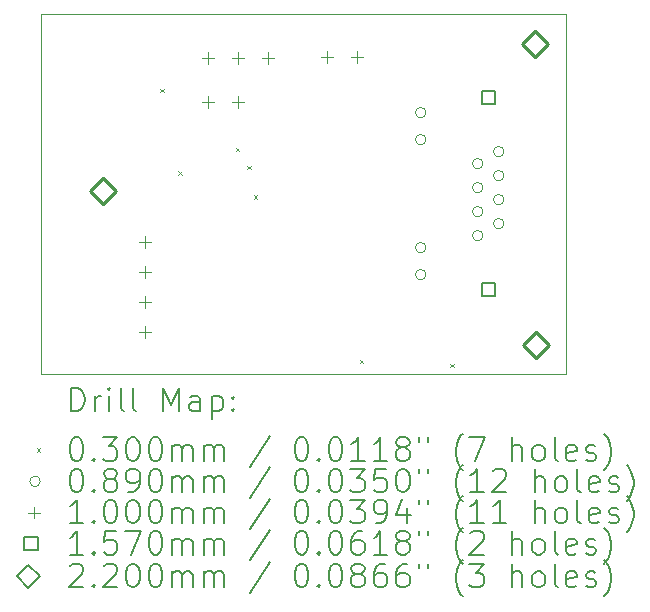
<source format=gbr>
%TF.GenerationSoftware,KiCad,Pcbnew,8.0.5*%
%TF.CreationDate,2024-10-10T09:02:51+02:00*%
%TF.ProjectId,USB-Extender_v1,5553422d-4578-4746-956e-6465725f7631,rev?*%
%TF.SameCoordinates,Original*%
%TF.FileFunction,Drillmap*%
%TF.FilePolarity,Positive*%
%FSLAX45Y45*%
G04 Gerber Fmt 4.5, Leading zero omitted, Abs format (unit mm)*
G04 Created by KiCad (PCBNEW 8.0.5) date 2024-10-10 09:02:51*
%MOMM*%
%LPD*%
G01*
G04 APERTURE LIST*
%ADD10C,0.050000*%
%ADD11C,0.200000*%
%ADD12C,0.100000*%
%ADD13C,0.157000*%
%ADD14C,0.220000*%
G04 APERTURE END LIST*
D10*
X10160000Y-5842000D02*
X14610080Y-5842000D01*
X14610080Y-8890000D01*
X10160000Y-8890000D01*
X10160000Y-5842000D01*
D11*
D12*
X11171160Y-6472160D02*
X11201160Y-6502160D01*
X11201160Y-6472160D02*
X11171160Y-6502160D01*
X11326100Y-7170660D02*
X11356100Y-7200660D01*
X11356100Y-7170660D02*
X11326100Y-7200660D01*
X11813780Y-6970000D02*
X11843780Y-7000000D01*
X11843780Y-6970000D02*
X11813780Y-7000000D01*
X11907760Y-7122400D02*
X11937760Y-7152400D01*
X11937760Y-7122400D02*
X11907760Y-7152400D01*
X11966180Y-7373860D02*
X11996180Y-7403860D01*
X11996180Y-7373860D02*
X11966180Y-7403860D01*
X12860260Y-8765780D02*
X12890260Y-8795780D01*
X12890260Y-8765780D02*
X12860260Y-8795780D01*
X13629880Y-8800000D02*
X13659880Y-8830000D01*
X13659880Y-8800000D02*
X13629880Y-8830000D01*
X13423280Y-6674920D02*
G75*
G02*
X13334280Y-6674920I-44500J0D01*
G01*
X13334280Y-6674920D02*
G75*
G02*
X13423280Y-6674920I44500J0D01*
G01*
X13423280Y-6903920D02*
G75*
G02*
X13334280Y-6903920I-44500J0D01*
G01*
X13334280Y-6903920D02*
G75*
G02*
X13423280Y-6903920I44500J0D01*
G01*
X13423280Y-7817920D02*
G75*
G02*
X13334280Y-7817920I-44500J0D01*
G01*
X13334280Y-7817920D02*
G75*
G02*
X13423280Y-7817920I44500J0D01*
G01*
X13423280Y-8046920D02*
G75*
G02*
X13334280Y-8046920I-44500J0D01*
G01*
X13334280Y-8046920D02*
G75*
G02*
X13423280Y-8046920I44500J0D01*
G01*
X13905280Y-7106520D02*
G75*
G02*
X13816280Y-7106520I-44500J0D01*
G01*
X13816280Y-7106520D02*
G75*
G02*
X13905280Y-7106520I44500J0D01*
G01*
X13905280Y-7309720D02*
G75*
G02*
X13816280Y-7309720I-44500J0D01*
G01*
X13816280Y-7309720D02*
G75*
G02*
X13905280Y-7309720I44500J0D01*
G01*
X13905280Y-7512920D02*
G75*
G02*
X13816280Y-7512920I-44500J0D01*
G01*
X13816280Y-7512920D02*
G75*
G02*
X13905280Y-7512920I44500J0D01*
G01*
X13905280Y-7716120D02*
G75*
G02*
X13816280Y-7716120I-44500J0D01*
G01*
X13816280Y-7716120D02*
G75*
G02*
X13905280Y-7716120I44500J0D01*
G01*
X14083280Y-7004920D02*
G75*
G02*
X13994280Y-7004920I-44500J0D01*
G01*
X13994280Y-7004920D02*
G75*
G02*
X14083280Y-7004920I44500J0D01*
G01*
X14083280Y-7208120D02*
G75*
G02*
X13994280Y-7208120I-44500J0D01*
G01*
X13994280Y-7208120D02*
G75*
G02*
X14083280Y-7208120I44500J0D01*
G01*
X14083280Y-7411320D02*
G75*
G02*
X13994280Y-7411320I-44500J0D01*
G01*
X13994280Y-7411320D02*
G75*
G02*
X14083280Y-7411320I44500J0D01*
G01*
X14083280Y-7614520D02*
G75*
G02*
X13994280Y-7614520I-44500J0D01*
G01*
X13994280Y-7614520D02*
G75*
G02*
X14083280Y-7614520I44500J0D01*
G01*
X11042000Y-7722400D02*
X11042000Y-7822400D01*
X10992000Y-7772400D02*
X11092000Y-7772400D01*
X11042000Y-7976400D02*
X11042000Y-8076400D01*
X10992000Y-8026400D02*
X11092000Y-8026400D01*
X11042000Y-8230400D02*
X11042000Y-8330400D01*
X10992000Y-8280400D02*
X11092000Y-8280400D01*
X11042000Y-8484400D02*
X11042000Y-8584400D01*
X10992000Y-8534400D02*
X11092000Y-8534400D01*
X11574780Y-6160300D02*
X11574780Y-6260300D01*
X11524780Y-6210300D02*
X11624780Y-6210300D01*
X11577820Y-6533680D02*
X11577820Y-6633680D01*
X11527820Y-6583680D02*
X11627820Y-6583680D01*
X11828780Y-6160300D02*
X11828780Y-6260300D01*
X11778780Y-6210300D02*
X11878780Y-6210300D01*
X11831820Y-6533680D02*
X11831820Y-6633680D01*
X11781820Y-6583680D02*
X11881820Y-6583680D01*
X12082780Y-6160300D02*
X12082780Y-6260300D01*
X12032780Y-6210300D02*
X12132780Y-6210300D01*
X12585700Y-6155220D02*
X12585700Y-6255220D01*
X12535700Y-6205220D02*
X12635700Y-6205220D01*
X12839700Y-6155220D02*
X12839700Y-6255220D01*
X12789700Y-6205220D02*
X12889700Y-6205220D01*
D13*
X14005288Y-6603428D02*
X14005288Y-6492412D01*
X13894272Y-6492412D01*
X13894272Y-6603428D01*
X14005288Y-6603428D01*
X14005288Y-8229428D02*
X14005288Y-8118412D01*
X13894272Y-8118412D01*
X13894272Y-8229428D01*
X14005288Y-8229428D01*
D14*
X10685780Y-7448060D02*
X10795780Y-7338060D01*
X10685780Y-7228060D01*
X10575780Y-7338060D01*
X10685780Y-7448060D01*
X14345920Y-6200920D02*
X14455920Y-6090920D01*
X14345920Y-5980920D01*
X14235920Y-6090920D01*
X14345920Y-6200920D01*
X14351000Y-8751080D02*
X14461000Y-8641080D01*
X14351000Y-8531080D01*
X14241000Y-8641080D01*
X14351000Y-8751080D01*
D11*
X10418277Y-9203984D02*
X10418277Y-9003984D01*
X10418277Y-9003984D02*
X10465896Y-9003984D01*
X10465896Y-9003984D02*
X10494467Y-9013508D01*
X10494467Y-9013508D02*
X10513515Y-9032555D01*
X10513515Y-9032555D02*
X10523039Y-9051603D01*
X10523039Y-9051603D02*
X10532563Y-9089698D01*
X10532563Y-9089698D02*
X10532563Y-9118270D01*
X10532563Y-9118270D02*
X10523039Y-9156365D01*
X10523039Y-9156365D02*
X10513515Y-9175412D01*
X10513515Y-9175412D02*
X10494467Y-9194460D01*
X10494467Y-9194460D02*
X10465896Y-9203984D01*
X10465896Y-9203984D02*
X10418277Y-9203984D01*
X10618277Y-9203984D02*
X10618277Y-9070650D01*
X10618277Y-9108746D02*
X10627801Y-9089698D01*
X10627801Y-9089698D02*
X10637324Y-9080174D01*
X10637324Y-9080174D02*
X10656372Y-9070650D01*
X10656372Y-9070650D02*
X10675420Y-9070650D01*
X10742086Y-9203984D02*
X10742086Y-9070650D01*
X10742086Y-9003984D02*
X10732563Y-9013508D01*
X10732563Y-9013508D02*
X10742086Y-9023031D01*
X10742086Y-9023031D02*
X10751610Y-9013508D01*
X10751610Y-9013508D02*
X10742086Y-9003984D01*
X10742086Y-9003984D02*
X10742086Y-9023031D01*
X10865896Y-9203984D02*
X10846848Y-9194460D01*
X10846848Y-9194460D02*
X10837324Y-9175412D01*
X10837324Y-9175412D02*
X10837324Y-9003984D01*
X10970658Y-9203984D02*
X10951610Y-9194460D01*
X10951610Y-9194460D02*
X10942086Y-9175412D01*
X10942086Y-9175412D02*
X10942086Y-9003984D01*
X11199229Y-9203984D02*
X11199229Y-9003984D01*
X11199229Y-9003984D02*
X11265896Y-9146841D01*
X11265896Y-9146841D02*
X11332562Y-9003984D01*
X11332562Y-9003984D02*
X11332562Y-9203984D01*
X11513515Y-9203984D02*
X11513515Y-9099222D01*
X11513515Y-9099222D02*
X11503991Y-9080174D01*
X11503991Y-9080174D02*
X11484943Y-9070650D01*
X11484943Y-9070650D02*
X11446848Y-9070650D01*
X11446848Y-9070650D02*
X11427801Y-9080174D01*
X11513515Y-9194460D02*
X11494467Y-9203984D01*
X11494467Y-9203984D02*
X11446848Y-9203984D01*
X11446848Y-9203984D02*
X11427801Y-9194460D01*
X11427801Y-9194460D02*
X11418277Y-9175412D01*
X11418277Y-9175412D02*
X11418277Y-9156365D01*
X11418277Y-9156365D02*
X11427801Y-9137317D01*
X11427801Y-9137317D02*
X11446848Y-9127793D01*
X11446848Y-9127793D02*
X11494467Y-9127793D01*
X11494467Y-9127793D02*
X11513515Y-9118270D01*
X11608753Y-9070650D02*
X11608753Y-9270650D01*
X11608753Y-9080174D02*
X11627801Y-9070650D01*
X11627801Y-9070650D02*
X11665896Y-9070650D01*
X11665896Y-9070650D02*
X11684943Y-9080174D01*
X11684943Y-9080174D02*
X11694467Y-9089698D01*
X11694467Y-9089698D02*
X11703991Y-9108746D01*
X11703991Y-9108746D02*
X11703991Y-9165889D01*
X11703991Y-9165889D02*
X11694467Y-9184936D01*
X11694467Y-9184936D02*
X11684943Y-9194460D01*
X11684943Y-9194460D02*
X11665896Y-9203984D01*
X11665896Y-9203984D02*
X11627801Y-9203984D01*
X11627801Y-9203984D02*
X11608753Y-9194460D01*
X11789705Y-9184936D02*
X11799229Y-9194460D01*
X11799229Y-9194460D02*
X11789705Y-9203984D01*
X11789705Y-9203984D02*
X11780182Y-9194460D01*
X11780182Y-9194460D02*
X11789705Y-9184936D01*
X11789705Y-9184936D02*
X11789705Y-9203984D01*
X11789705Y-9080174D02*
X11799229Y-9089698D01*
X11799229Y-9089698D02*
X11789705Y-9099222D01*
X11789705Y-9099222D02*
X11780182Y-9089698D01*
X11780182Y-9089698D02*
X11789705Y-9080174D01*
X11789705Y-9080174D02*
X11789705Y-9099222D01*
D12*
X10127500Y-9517500D02*
X10157500Y-9547500D01*
X10157500Y-9517500D02*
X10127500Y-9547500D01*
D11*
X10456372Y-9423984D02*
X10475420Y-9423984D01*
X10475420Y-9423984D02*
X10494467Y-9433508D01*
X10494467Y-9433508D02*
X10503991Y-9443031D01*
X10503991Y-9443031D02*
X10513515Y-9462079D01*
X10513515Y-9462079D02*
X10523039Y-9500174D01*
X10523039Y-9500174D02*
X10523039Y-9547793D01*
X10523039Y-9547793D02*
X10513515Y-9585889D01*
X10513515Y-9585889D02*
X10503991Y-9604936D01*
X10503991Y-9604936D02*
X10494467Y-9614460D01*
X10494467Y-9614460D02*
X10475420Y-9623984D01*
X10475420Y-9623984D02*
X10456372Y-9623984D01*
X10456372Y-9623984D02*
X10437324Y-9614460D01*
X10437324Y-9614460D02*
X10427801Y-9604936D01*
X10427801Y-9604936D02*
X10418277Y-9585889D01*
X10418277Y-9585889D02*
X10408753Y-9547793D01*
X10408753Y-9547793D02*
X10408753Y-9500174D01*
X10408753Y-9500174D02*
X10418277Y-9462079D01*
X10418277Y-9462079D02*
X10427801Y-9443031D01*
X10427801Y-9443031D02*
X10437324Y-9433508D01*
X10437324Y-9433508D02*
X10456372Y-9423984D01*
X10608753Y-9604936D02*
X10618277Y-9614460D01*
X10618277Y-9614460D02*
X10608753Y-9623984D01*
X10608753Y-9623984D02*
X10599229Y-9614460D01*
X10599229Y-9614460D02*
X10608753Y-9604936D01*
X10608753Y-9604936D02*
X10608753Y-9623984D01*
X10684944Y-9423984D02*
X10808753Y-9423984D01*
X10808753Y-9423984D02*
X10742086Y-9500174D01*
X10742086Y-9500174D02*
X10770658Y-9500174D01*
X10770658Y-9500174D02*
X10789705Y-9509698D01*
X10789705Y-9509698D02*
X10799229Y-9519222D01*
X10799229Y-9519222D02*
X10808753Y-9538270D01*
X10808753Y-9538270D02*
X10808753Y-9585889D01*
X10808753Y-9585889D02*
X10799229Y-9604936D01*
X10799229Y-9604936D02*
X10789705Y-9614460D01*
X10789705Y-9614460D02*
X10770658Y-9623984D01*
X10770658Y-9623984D02*
X10713515Y-9623984D01*
X10713515Y-9623984D02*
X10694467Y-9614460D01*
X10694467Y-9614460D02*
X10684944Y-9604936D01*
X10932563Y-9423984D02*
X10951610Y-9423984D01*
X10951610Y-9423984D02*
X10970658Y-9433508D01*
X10970658Y-9433508D02*
X10980182Y-9443031D01*
X10980182Y-9443031D02*
X10989705Y-9462079D01*
X10989705Y-9462079D02*
X10999229Y-9500174D01*
X10999229Y-9500174D02*
X10999229Y-9547793D01*
X10999229Y-9547793D02*
X10989705Y-9585889D01*
X10989705Y-9585889D02*
X10980182Y-9604936D01*
X10980182Y-9604936D02*
X10970658Y-9614460D01*
X10970658Y-9614460D02*
X10951610Y-9623984D01*
X10951610Y-9623984D02*
X10932563Y-9623984D01*
X10932563Y-9623984D02*
X10913515Y-9614460D01*
X10913515Y-9614460D02*
X10903991Y-9604936D01*
X10903991Y-9604936D02*
X10894467Y-9585889D01*
X10894467Y-9585889D02*
X10884944Y-9547793D01*
X10884944Y-9547793D02*
X10884944Y-9500174D01*
X10884944Y-9500174D02*
X10894467Y-9462079D01*
X10894467Y-9462079D02*
X10903991Y-9443031D01*
X10903991Y-9443031D02*
X10913515Y-9433508D01*
X10913515Y-9433508D02*
X10932563Y-9423984D01*
X11123039Y-9423984D02*
X11142086Y-9423984D01*
X11142086Y-9423984D02*
X11161134Y-9433508D01*
X11161134Y-9433508D02*
X11170658Y-9443031D01*
X11170658Y-9443031D02*
X11180182Y-9462079D01*
X11180182Y-9462079D02*
X11189705Y-9500174D01*
X11189705Y-9500174D02*
X11189705Y-9547793D01*
X11189705Y-9547793D02*
X11180182Y-9585889D01*
X11180182Y-9585889D02*
X11170658Y-9604936D01*
X11170658Y-9604936D02*
X11161134Y-9614460D01*
X11161134Y-9614460D02*
X11142086Y-9623984D01*
X11142086Y-9623984D02*
X11123039Y-9623984D01*
X11123039Y-9623984D02*
X11103991Y-9614460D01*
X11103991Y-9614460D02*
X11094467Y-9604936D01*
X11094467Y-9604936D02*
X11084944Y-9585889D01*
X11084944Y-9585889D02*
X11075420Y-9547793D01*
X11075420Y-9547793D02*
X11075420Y-9500174D01*
X11075420Y-9500174D02*
X11084944Y-9462079D01*
X11084944Y-9462079D02*
X11094467Y-9443031D01*
X11094467Y-9443031D02*
X11103991Y-9433508D01*
X11103991Y-9433508D02*
X11123039Y-9423984D01*
X11275420Y-9623984D02*
X11275420Y-9490650D01*
X11275420Y-9509698D02*
X11284943Y-9500174D01*
X11284943Y-9500174D02*
X11303991Y-9490650D01*
X11303991Y-9490650D02*
X11332563Y-9490650D01*
X11332563Y-9490650D02*
X11351610Y-9500174D01*
X11351610Y-9500174D02*
X11361134Y-9519222D01*
X11361134Y-9519222D02*
X11361134Y-9623984D01*
X11361134Y-9519222D02*
X11370658Y-9500174D01*
X11370658Y-9500174D02*
X11389705Y-9490650D01*
X11389705Y-9490650D02*
X11418277Y-9490650D01*
X11418277Y-9490650D02*
X11437324Y-9500174D01*
X11437324Y-9500174D02*
X11446848Y-9519222D01*
X11446848Y-9519222D02*
X11446848Y-9623984D01*
X11542086Y-9623984D02*
X11542086Y-9490650D01*
X11542086Y-9509698D02*
X11551610Y-9500174D01*
X11551610Y-9500174D02*
X11570658Y-9490650D01*
X11570658Y-9490650D02*
X11599229Y-9490650D01*
X11599229Y-9490650D02*
X11618277Y-9500174D01*
X11618277Y-9500174D02*
X11627801Y-9519222D01*
X11627801Y-9519222D02*
X11627801Y-9623984D01*
X11627801Y-9519222D02*
X11637324Y-9500174D01*
X11637324Y-9500174D02*
X11656372Y-9490650D01*
X11656372Y-9490650D02*
X11684943Y-9490650D01*
X11684943Y-9490650D02*
X11703991Y-9500174D01*
X11703991Y-9500174D02*
X11713515Y-9519222D01*
X11713515Y-9519222D02*
X11713515Y-9623984D01*
X12103991Y-9414460D02*
X11932563Y-9671603D01*
X12361134Y-9423984D02*
X12380182Y-9423984D01*
X12380182Y-9423984D02*
X12399229Y-9433508D01*
X12399229Y-9433508D02*
X12408753Y-9443031D01*
X12408753Y-9443031D02*
X12418277Y-9462079D01*
X12418277Y-9462079D02*
X12427801Y-9500174D01*
X12427801Y-9500174D02*
X12427801Y-9547793D01*
X12427801Y-9547793D02*
X12418277Y-9585889D01*
X12418277Y-9585889D02*
X12408753Y-9604936D01*
X12408753Y-9604936D02*
X12399229Y-9614460D01*
X12399229Y-9614460D02*
X12380182Y-9623984D01*
X12380182Y-9623984D02*
X12361134Y-9623984D01*
X12361134Y-9623984D02*
X12342086Y-9614460D01*
X12342086Y-9614460D02*
X12332563Y-9604936D01*
X12332563Y-9604936D02*
X12323039Y-9585889D01*
X12323039Y-9585889D02*
X12313515Y-9547793D01*
X12313515Y-9547793D02*
X12313515Y-9500174D01*
X12313515Y-9500174D02*
X12323039Y-9462079D01*
X12323039Y-9462079D02*
X12332563Y-9443031D01*
X12332563Y-9443031D02*
X12342086Y-9433508D01*
X12342086Y-9433508D02*
X12361134Y-9423984D01*
X12513515Y-9604936D02*
X12523039Y-9614460D01*
X12523039Y-9614460D02*
X12513515Y-9623984D01*
X12513515Y-9623984D02*
X12503991Y-9614460D01*
X12503991Y-9614460D02*
X12513515Y-9604936D01*
X12513515Y-9604936D02*
X12513515Y-9623984D01*
X12646848Y-9423984D02*
X12665896Y-9423984D01*
X12665896Y-9423984D02*
X12684944Y-9433508D01*
X12684944Y-9433508D02*
X12694467Y-9443031D01*
X12694467Y-9443031D02*
X12703991Y-9462079D01*
X12703991Y-9462079D02*
X12713515Y-9500174D01*
X12713515Y-9500174D02*
X12713515Y-9547793D01*
X12713515Y-9547793D02*
X12703991Y-9585889D01*
X12703991Y-9585889D02*
X12694467Y-9604936D01*
X12694467Y-9604936D02*
X12684944Y-9614460D01*
X12684944Y-9614460D02*
X12665896Y-9623984D01*
X12665896Y-9623984D02*
X12646848Y-9623984D01*
X12646848Y-9623984D02*
X12627801Y-9614460D01*
X12627801Y-9614460D02*
X12618277Y-9604936D01*
X12618277Y-9604936D02*
X12608753Y-9585889D01*
X12608753Y-9585889D02*
X12599229Y-9547793D01*
X12599229Y-9547793D02*
X12599229Y-9500174D01*
X12599229Y-9500174D02*
X12608753Y-9462079D01*
X12608753Y-9462079D02*
X12618277Y-9443031D01*
X12618277Y-9443031D02*
X12627801Y-9433508D01*
X12627801Y-9433508D02*
X12646848Y-9423984D01*
X12903991Y-9623984D02*
X12789706Y-9623984D01*
X12846848Y-9623984D02*
X12846848Y-9423984D01*
X12846848Y-9423984D02*
X12827801Y-9452555D01*
X12827801Y-9452555D02*
X12808753Y-9471603D01*
X12808753Y-9471603D02*
X12789706Y-9481127D01*
X13094467Y-9623984D02*
X12980182Y-9623984D01*
X13037325Y-9623984D02*
X13037325Y-9423984D01*
X13037325Y-9423984D02*
X13018277Y-9452555D01*
X13018277Y-9452555D02*
X12999229Y-9471603D01*
X12999229Y-9471603D02*
X12980182Y-9481127D01*
X13208753Y-9509698D02*
X13189706Y-9500174D01*
X13189706Y-9500174D02*
X13180182Y-9490650D01*
X13180182Y-9490650D02*
X13170658Y-9471603D01*
X13170658Y-9471603D02*
X13170658Y-9462079D01*
X13170658Y-9462079D02*
X13180182Y-9443031D01*
X13180182Y-9443031D02*
X13189706Y-9433508D01*
X13189706Y-9433508D02*
X13208753Y-9423984D01*
X13208753Y-9423984D02*
X13246848Y-9423984D01*
X13246848Y-9423984D02*
X13265896Y-9433508D01*
X13265896Y-9433508D02*
X13275420Y-9443031D01*
X13275420Y-9443031D02*
X13284944Y-9462079D01*
X13284944Y-9462079D02*
X13284944Y-9471603D01*
X13284944Y-9471603D02*
X13275420Y-9490650D01*
X13275420Y-9490650D02*
X13265896Y-9500174D01*
X13265896Y-9500174D02*
X13246848Y-9509698D01*
X13246848Y-9509698D02*
X13208753Y-9509698D01*
X13208753Y-9509698D02*
X13189706Y-9519222D01*
X13189706Y-9519222D02*
X13180182Y-9528746D01*
X13180182Y-9528746D02*
X13170658Y-9547793D01*
X13170658Y-9547793D02*
X13170658Y-9585889D01*
X13170658Y-9585889D02*
X13180182Y-9604936D01*
X13180182Y-9604936D02*
X13189706Y-9614460D01*
X13189706Y-9614460D02*
X13208753Y-9623984D01*
X13208753Y-9623984D02*
X13246848Y-9623984D01*
X13246848Y-9623984D02*
X13265896Y-9614460D01*
X13265896Y-9614460D02*
X13275420Y-9604936D01*
X13275420Y-9604936D02*
X13284944Y-9585889D01*
X13284944Y-9585889D02*
X13284944Y-9547793D01*
X13284944Y-9547793D02*
X13275420Y-9528746D01*
X13275420Y-9528746D02*
X13265896Y-9519222D01*
X13265896Y-9519222D02*
X13246848Y-9509698D01*
X13361134Y-9423984D02*
X13361134Y-9462079D01*
X13437325Y-9423984D02*
X13437325Y-9462079D01*
X13732563Y-9700174D02*
X13723039Y-9690650D01*
X13723039Y-9690650D02*
X13703991Y-9662079D01*
X13703991Y-9662079D02*
X13694468Y-9643031D01*
X13694468Y-9643031D02*
X13684944Y-9614460D01*
X13684944Y-9614460D02*
X13675420Y-9566841D01*
X13675420Y-9566841D02*
X13675420Y-9528746D01*
X13675420Y-9528746D02*
X13684944Y-9481127D01*
X13684944Y-9481127D02*
X13694468Y-9452555D01*
X13694468Y-9452555D02*
X13703991Y-9433508D01*
X13703991Y-9433508D02*
X13723039Y-9404936D01*
X13723039Y-9404936D02*
X13732563Y-9395412D01*
X13789706Y-9423984D02*
X13923039Y-9423984D01*
X13923039Y-9423984D02*
X13837325Y-9623984D01*
X14151610Y-9623984D02*
X14151610Y-9423984D01*
X14237325Y-9623984D02*
X14237325Y-9519222D01*
X14237325Y-9519222D02*
X14227801Y-9500174D01*
X14227801Y-9500174D02*
X14208753Y-9490650D01*
X14208753Y-9490650D02*
X14180182Y-9490650D01*
X14180182Y-9490650D02*
X14161134Y-9500174D01*
X14161134Y-9500174D02*
X14151610Y-9509698D01*
X14361134Y-9623984D02*
X14342087Y-9614460D01*
X14342087Y-9614460D02*
X14332563Y-9604936D01*
X14332563Y-9604936D02*
X14323039Y-9585889D01*
X14323039Y-9585889D02*
X14323039Y-9528746D01*
X14323039Y-9528746D02*
X14332563Y-9509698D01*
X14332563Y-9509698D02*
X14342087Y-9500174D01*
X14342087Y-9500174D02*
X14361134Y-9490650D01*
X14361134Y-9490650D02*
X14389706Y-9490650D01*
X14389706Y-9490650D02*
X14408753Y-9500174D01*
X14408753Y-9500174D02*
X14418277Y-9509698D01*
X14418277Y-9509698D02*
X14427801Y-9528746D01*
X14427801Y-9528746D02*
X14427801Y-9585889D01*
X14427801Y-9585889D02*
X14418277Y-9604936D01*
X14418277Y-9604936D02*
X14408753Y-9614460D01*
X14408753Y-9614460D02*
X14389706Y-9623984D01*
X14389706Y-9623984D02*
X14361134Y-9623984D01*
X14542087Y-9623984D02*
X14523039Y-9614460D01*
X14523039Y-9614460D02*
X14513515Y-9595412D01*
X14513515Y-9595412D02*
X14513515Y-9423984D01*
X14694468Y-9614460D02*
X14675420Y-9623984D01*
X14675420Y-9623984D02*
X14637325Y-9623984D01*
X14637325Y-9623984D02*
X14618277Y-9614460D01*
X14618277Y-9614460D02*
X14608753Y-9595412D01*
X14608753Y-9595412D02*
X14608753Y-9519222D01*
X14608753Y-9519222D02*
X14618277Y-9500174D01*
X14618277Y-9500174D02*
X14637325Y-9490650D01*
X14637325Y-9490650D02*
X14675420Y-9490650D01*
X14675420Y-9490650D02*
X14694468Y-9500174D01*
X14694468Y-9500174D02*
X14703991Y-9519222D01*
X14703991Y-9519222D02*
X14703991Y-9538270D01*
X14703991Y-9538270D02*
X14608753Y-9557317D01*
X14780182Y-9614460D02*
X14799230Y-9623984D01*
X14799230Y-9623984D02*
X14837325Y-9623984D01*
X14837325Y-9623984D02*
X14856372Y-9614460D01*
X14856372Y-9614460D02*
X14865896Y-9595412D01*
X14865896Y-9595412D02*
X14865896Y-9585889D01*
X14865896Y-9585889D02*
X14856372Y-9566841D01*
X14856372Y-9566841D02*
X14837325Y-9557317D01*
X14837325Y-9557317D02*
X14808753Y-9557317D01*
X14808753Y-9557317D02*
X14789706Y-9547793D01*
X14789706Y-9547793D02*
X14780182Y-9528746D01*
X14780182Y-9528746D02*
X14780182Y-9519222D01*
X14780182Y-9519222D02*
X14789706Y-9500174D01*
X14789706Y-9500174D02*
X14808753Y-9490650D01*
X14808753Y-9490650D02*
X14837325Y-9490650D01*
X14837325Y-9490650D02*
X14856372Y-9500174D01*
X14932563Y-9700174D02*
X14942087Y-9690650D01*
X14942087Y-9690650D02*
X14961134Y-9662079D01*
X14961134Y-9662079D02*
X14970658Y-9643031D01*
X14970658Y-9643031D02*
X14980182Y-9614460D01*
X14980182Y-9614460D02*
X14989706Y-9566841D01*
X14989706Y-9566841D02*
X14989706Y-9528746D01*
X14989706Y-9528746D02*
X14980182Y-9481127D01*
X14980182Y-9481127D02*
X14970658Y-9452555D01*
X14970658Y-9452555D02*
X14961134Y-9433508D01*
X14961134Y-9433508D02*
X14942087Y-9404936D01*
X14942087Y-9404936D02*
X14932563Y-9395412D01*
D12*
X10157500Y-9796500D02*
G75*
G02*
X10068500Y-9796500I-44500J0D01*
G01*
X10068500Y-9796500D02*
G75*
G02*
X10157500Y-9796500I44500J0D01*
G01*
D11*
X10456372Y-9687984D02*
X10475420Y-9687984D01*
X10475420Y-9687984D02*
X10494467Y-9697508D01*
X10494467Y-9697508D02*
X10503991Y-9707031D01*
X10503991Y-9707031D02*
X10513515Y-9726079D01*
X10513515Y-9726079D02*
X10523039Y-9764174D01*
X10523039Y-9764174D02*
X10523039Y-9811793D01*
X10523039Y-9811793D02*
X10513515Y-9849889D01*
X10513515Y-9849889D02*
X10503991Y-9868936D01*
X10503991Y-9868936D02*
X10494467Y-9878460D01*
X10494467Y-9878460D02*
X10475420Y-9887984D01*
X10475420Y-9887984D02*
X10456372Y-9887984D01*
X10456372Y-9887984D02*
X10437324Y-9878460D01*
X10437324Y-9878460D02*
X10427801Y-9868936D01*
X10427801Y-9868936D02*
X10418277Y-9849889D01*
X10418277Y-9849889D02*
X10408753Y-9811793D01*
X10408753Y-9811793D02*
X10408753Y-9764174D01*
X10408753Y-9764174D02*
X10418277Y-9726079D01*
X10418277Y-9726079D02*
X10427801Y-9707031D01*
X10427801Y-9707031D02*
X10437324Y-9697508D01*
X10437324Y-9697508D02*
X10456372Y-9687984D01*
X10608753Y-9868936D02*
X10618277Y-9878460D01*
X10618277Y-9878460D02*
X10608753Y-9887984D01*
X10608753Y-9887984D02*
X10599229Y-9878460D01*
X10599229Y-9878460D02*
X10608753Y-9868936D01*
X10608753Y-9868936D02*
X10608753Y-9887984D01*
X10732563Y-9773698D02*
X10713515Y-9764174D01*
X10713515Y-9764174D02*
X10703991Y-9754650D01*
X10703991Y-9754650D02*
X10694467Y-9735603D01*
X10694467Y-9735603D02*
X10694467Y-9726079D01*
X10694467Y-9726079D02*
X10703991Y-9707031D01*
X10703991Y-9707031D02*
X10713515Y-9697508D01*
X10713515Y-9697508D02*
X10732563Y-9687984D01*
X10732563Y-9687984D02*
X10770658Y-9687984D01*
X10770658Y-9687984D02*
X10789705Y-9697508D01*
X10789705Y-9697508D02*
X10799229Y-9707031D01*
X10799229Y-9707031D02*
X10808753Y-9726079D01*
X10808753Y-9726079D02*
X10808753Y-9735603D01*
X10808753Y-9735603D02*
X10799229Y-9754650D01*
X10799229Y-9754650D02*
X10789705Y-9764174D01*
X10789705Y-9764174D02*
X10770658Y-9773698D01*
X10770658Y-9773698D02*
X10732563Y-9773698D01*
X10732563Y-9773698D02*
X10713515Y-9783222D01*
X10713515Y-9783222D02*
X10703991Y-9792746D01*
X10703991Y-9792746D02*
X10694467Y-9811793D01*
X10694467Y-9811793D02*
X10694467Y-9849889D01*
X10694467Y-9849889D02*
X10703991Y-9868936D01*
X10703991Y-9868936D02*
X10713515Y-9878460D01*
X10713515Y-9878460D02*
X10732563Y-9887984D01*
X10732563Y-9887984D02*
X10770658Y-9887984D01*
X10770658Y-9887984D02*
X10789705Y-9878460D01*
X10789705Y-9878460D02*
X10799229Y-9868936D01*
X10799229Y-9868936D02*
X10808753Y-9849889D01*
X10808753Y-9849889D02*
X10808753Y-9811793D01*
X10808753Y-9811793D02*
X10799229Y-9792746D01*
X10799229Y-9792746D02*
X10789705Y-9783222D01*
X10789705Y-9783222D02*
X10770658Y-9773698D01*
X10903991Y-9887984D02*
X10942086Y-9887984D01*
X10942086Y-9887984D02*
X10961134Y-9878460D01*
X10961134Y-9878460D02*
X10970658Y-9868936D01*
X10970658Y-9868936D02*
X10989705Y-9840365D01*
X10989705Y-9840365D02*
X10999229Y-9802270D01*
X10999229Y-9802270D02*
X10999229Y-9726079D01*
X10999229Y-9726079D02*
X10989705Y-9707031D01*
X10989705Y-9707031D02*
X10980182Y-9697508D01*
X10980182Y-9697508D02*
X10961134Y-9687984D01*
X10961134Y-9687984D02*
X10923039Y-9687984D01*
X10923039Y-9687984D02*
X10903991Y-9697508D01*
X10903991Y-9697508D02*
X10894467Y-9707031D01*
X10894467Y-9707031D02*
X10884944Y-9726079D01*
X10884944Y-9726079D02*
X10884944Y-9773698D01*
X10884944Y-9773698D02*
X10894467Y-9792746D01*
X10894467Y-9792746D02*
X10903991Y-9802270D01*
X10903991Y-9802270D02*
X10923039Y-9811793D01*
X10923039Y-9811793D02*
X10961134Y-9811793D01*
X10961134Y-9811793D02*
X10980182Y-9802270D01*
X10980182Y-9802270D02*
X10989705Y-9792746D01*
X10989705Y-9792746D02*
X10999229Y-9773698D01*
X11123039Y-9687984D02*
X11142086Y-9687984D01*
X11142086Y-9687984D02*
X11161134Y-9697508D01*
X11161134Y-9697508D02*
X11170658Y-9707031D01*
X11170658Y-9707031D02*
X11180182Y-9726079D01*
X11180182Y-9726079D02*
X11189705Y-9764174D01*
X11189705Y-9764174D02*
X11189705Y-9811793D01*
X11189705Y-9811793D02*
X11180182Y-9849889D01*
X11180182Y-9849889D02*
X11170658Y-9868936D01*
X11170658Y-9868936D02*
X11161134Y-9878460D01*
X11161134Y-9878460D02*
X11142086Y-9887984D01*
X11142086Y-9887984D02*
X11123039Y-9887984D01*
X11123039Y-9887984D02*
X11103991Y-9878460D01*
X11103991Y-9878460D02*
X11094467Y-9868936D01*
X11094467Y-9868936D02*
X11084944Y-9849889D01*
X11084944Y-9849889D02*
X11075420Y-9811793D01*
X11075420Y-9811793D02*
X11075420Y-9764174D01*
X11075420Y-9764174D02*
X11084944Y-9726079D01*
X11084944Y-9726079D02*
X11094467Y-9707031D01*
X11094467Y-9707031D02*
X11103991Y-9697508D01*
X11103991Y-9697508D02*
X11123039Y-9687984D01*
X11275420Y-9887984D02*
X11275420Y-9754650D01*
X11275420Y-9773698D02*
X11284943Y-9764174D01*
X11284943Y-9764174D02*
X11303991Y-9754650D01*
X11303991Y-9754650D02*
X11332563Y-9754650D01*
X11332563Y-9754650D02*
X11351610Y-9764174D01*
X11351610Y-9764174D02*
X11361134Y-9783222D01*
X11361134Y-9783222D02*
X11361134Y-9887984D01*
X11361134Y-9783222D02*
X11370658Y-9764174D01*
X11370658Y-9764174D02*
X11389705Y-9754650D01*
X11389705Y-9754650D02*
X11418277Y-9754650D01*
X11418277Y-9754650D02*
X11437324Y-9764174D01*
X11437324Y-9764174D02*
X11446848Y-9783222D01*
X11446848Y-9783222D02*
X11446848Y-9887984D01*
X11542086Y-9887984D02*
X11542086Y-9754650D01*
X11542086Y-9773698D02*
X11551610Y-9764174D01*
X11551610Y-9764174D02*
X11570658Y-9754650D01*
X11570658Y-9754650D02*
X11599229Y-9754650D01*
X11599229Y-9754650D02*
X11618277Y-9764174D01*
X11618277Y-9764174D02*
X11627801Y-9783222D01*
X11627801Y-9783222D02*
X11627801Y-9887984D01*
X11627801Y-9783222D02*
X11637324Y-9764174D01*
X11637324Y-9764174D02*
X11656372Y-9754650D01*
X11656372Y-9754650D02*
X11684943Y-9754650D01*
X11684943Y-9754650D02*
X11703991Y-9764174D01*
X11703991Y-9764174D02*
X11713515Y-9783222D01*
X11713515Y-9783222D02*
X11713515Y-9887984D01*
X12103991Y-9678460D02*
X11932563Y-9935603D01*
X12361134Y-9687984D02*
X12380182Y-9687984D01*
X12380182Y-9687984D02*
X12399229Y-9697508D01*
X12399229Y-9697508D02*
X12408753Y-9707031D01*
X12408753Y-9707031D02*
X12418277Y-9726079D01*
X12418277Y-9726079D02*
X12427801Y-9764174D01*
X12427801Y-9764174D02*
X12427801Y-9811793D01*
X12427801Y-9811793D02*
X12418277Y-9849889D01*
X12418277Y-9849889D02*
X12408753Y-9868936D01*
X12408753Y-9868936D02*
X12399229Y-9878460D01*
X12399229Y-9878460D02*
X12380182Y-9887984D01*
X12380182Y-9887984D02*
X12361134Y-9887984D01*
X12361134Y-9887984D02*
X12342086Y-9878460D01*
X12342086Y-9878460D02*
X12332563Y-9868936D01*
X12332563Y-9868936D02*
X12323039Y-9849889D01*
X12323039Y-9849889D02*
X12313515Y-9811793D01*
X12313515Y-9811793D02*
X12313515Y-9764174D01*
X12313515Y-9764174D02*
X12323039Y-9726079D01*
X12323039Y-9726079D02*
X12332563Y-9707031D01*
X12332563Y-9707031D02*
X12342086Y-9697508D01*
X12342086Y-9697508D02*
X12361134Y-9687984D01*
X12513515Y-9868936D02*
X12523039Y-9878460D01*
X12523039Y-9878460D02*
X12513515Y-9887984D01*
X12513515Y-9887984D02*
X12503991Y-9878460D01*
X12503991Y-9878460D02*
X12513515Y-9868936D01*
X12513515Y-9868936D02*
X12513515Y-9887984D01*
X12646848Y-9687984D02*
X12665896Y-9687984D01*
X12665896Y-9687984D02*
X12684944Y-9697508D01*
X12684944Y-9697508D02*
X12694467Y-9707031D01*
X12694467Y-9707031D02*
X12703991Y-9726079D01*
X12703991Y-9726079D02*
X12713515Y-9764174D01*
X12713515Y-9764174D02*
X12713515Y-9811793D01*
X12713515Y-9811793D02*
X12703991Y-9849889D01*
X12703991Y-9849889D02*
X12694467Y-9868936D01*
X12694467Y-9868936D02*
X12684944Y-9878460D01*
X12684944Y-9878460D02*
X12665896Y-9887984D01*
X12665896Y-9887984D02*
X12646848Y-9887984D01*
X12646848Y-9887984D02*
X12627801Y-9878460D01*
X12627801Y-9878460D02*
X12618277Y-9868936D01*
X12618277Y-9868936D02*
X12608753Y-9849889D01*
X12608753Y-9849889D02*
X12599229Y-9811793D01*
X12599229Y-9811793D02*
X12599229Y-9764174D01*
X12599229Y-9764174D02*
X12608753Y-9726079D01*
X12608753Y-9726079D02*
X12618277Y-9707031D01*
X12618277Y-9707031D02*
X12627801Y-9697508D01*
X12627801Y-9697508D02*
X12646848Y-9687984D01*
X12780182Y-9687984D02*
X12903991Y-9687984D01*
X12903991Y-9687984D02*
X12837325Y-9764174D01*
X12837325Y-9764174D02*
X12865896Y-9764174D01*
X12865896Y-9764174D02*
X12884944Y-9773698D01*
X12884944Y-9773698D02*
X12894467Y-9783222D01*
X12894467Y-9783222D02*
X12903991Y-9802270D01*
X12903991Y-9802270D02*
X12903991Y-9849889D01*
X12903991Y-9849889D02*
X12894467Y-9868936D01*
X12894467Y-9868936D02*
X12884944Y-9878460D01*
X12884944Y-9878460D02*
X12865896Y-9887984D01*
X12865896Y-9887984D02*
X12808753Y-9887984D01*
X12808753Y-9887984D02*
X12789706Y-9878460D01*
X12789706Y-9878460D02*
X12780182Y-9868936D01*
X13084944Y-9687984D02*
X12989706Y-9687984D01*
X12989706Y-9687984D02*
X12980182Y-9783222D01*
X12980182Y-9783222D02*
X12989706Y-9773698D01*
X12989706Y-9773698D02*
X13008753Y-9764174D01*
X13008753Y-9764174D02*
X13056372Y-9764174D01*
X13056372Y-9764174D02*
X13075420Y-9773698D01*
X13075420Y-9773698D02*
X13084944Y-9783222D01*
X13084944Y-9783222D02*
X13094467Y-9802270D01*
X13094467Y-9802270D02*
X13094467Y-9849889D01*
X13094467Y-9849889D02*
X13084944Y-9868936D01*
X13084944Y-9868936D02*
X13075420Y-9878460D01*
X13075420Y-9878460D02*
X13056372Y-9887984D01*
X13056372Y-9887984D02*
X13008753Y-9887984D01*
X13008753Y-9887984D02*
X12989706Y-9878460D01*
X12989706Y-9878460D02*
X12980182Y-9868936D01*
X13218277Y-9687984D02*
X13237325Y-9687984D01*
X13237325Y-9687984D02*
X13256372Y-9697508D01*
X13256372Y-9697508D02*
X13265896Y-9707031D01*
X13265896Y-9707031D02*
X13275420Y-9726079D01*
X13275420Y-9726079D02*
X13284944Y-9764174D01*
X13284944Y-9764174D02*
X13284944Y-9811793D01*
X13284944Y-9811793D02*
X13275420Y-9849889D01*
X13275420Y-9849889D02*
X13265896Y-9868936D01*
X13265896Y-9868936D02*
X13256372Y-9878460D01*
X13256372Y-9878460D02*
X13237325Y-9887984D01*
X13237325Y-9887984D02*
X13218277Y-9887984D01*
X13218277Y-9887984D02*
X13199229Y-9878460D01*
X13199229Y-9878460D02*
X13189706Y-9868936D01*
X13189706Y-9868936D02*
X13180182Y-9849889D01*
X13180182Y-9849889D02*
X13170658Y-9811793D01*
X13170658Y-9811793D02*
X13170658Y-9764174D01*
X13170658Y-9764174D02*
X13180182Y-9726079D01*
X13180182Y-9726079D02*
X13189706Y-9707031D01*
X13189706Y-9707031D02*
X13199229Y-9697508D01*
X13199229Y-9697508D02*
X13218277Y-9687984D01*
X13361134Y-9687984D02*
X13361134Y-9726079D01*
X13437325Y-9687984D02*
X13437325Y-9726079D01*
X13732563Y-9964174D02*
X13723039Y-9954650D01*
X13723039Y-9954650D02*
X13703991Y-9926079D01*
X13703991Y-9926079D02*
X13694468Y-9907031D01*
X13694468Y-9907031D02*
X13684944Y-9878460D01*
X13684944Y-9878460D02*
X13675420Y-9830841D01*
X13675420Y-9830841D02*
X13675420Y-9792746D01*
X13675420Y-9792746D02*
X13684944Y-9745127D01*
X13684944Y-9745127D02*
X13694468Y-9716555D01*
X13694468Y-9716555D02*
X13703991Y-9697508D01*
X13703991Y-9697508D02*
X13723039Y-9668936D01*
X13723039Y-9668936D02*
X13732563Y-9659412D01*
X13913515Y-9887984D02*
X13799229Y-9887984D01*
X13856372Y-9887984D02*
X13856372Y-9687984D01*
X13856372Y-9687984D02*
X13837325Y-9716555D01*
X13837325Y-9716555D02*
X13818277Y-9735603D01*
X13818277Y-9735603D02*
X13799229Y-9745127D01*
X13989706Y-9707031D02*
X13999229Y-9697508D01*
X13999229Y-9697508D02*
X14018277Y-9687984D01*
X14018277Y-9687984D02*
X14065896Y-9687984D01*
X14065896Y-9687984D02*
X14084944Y-9697508D01*
X14084944Y-9697508D02*
X14094468Y-9707031D01*
X14094468Y-9707031D02*
X14103991Y-9726079D01*
X14103991Y-9726079D02*
X14103991Y-9745127D01*
X14103991Y-9745127D02*
X14094468Y-9773698D01*
X14094468Y-9773698D02*
X13980182Y-9887984D01*
X13980182Y-9887984D02*
X14103991Y-9887984D01*
X14342087Y-9887984D02*
X14342087Y-9687984D01*
X14427801Y-9887984D02*
X14427801Y-9783222D01*
X14427801Y-9783222D02*
X14418277Y-9764174D01*
X14418277Y-9764174D02*
X14399230Y-9754650D01*
X14399230Y-9754650D02*
X14370658Y-9754650D01*
X14370658Y-9754650D02*
X14351610Y-9764174D01*
X14351610Y-9764174D02*
X14342087Y-9773698D01*
X14551610Y-9887984D02*
X14532563Y-9878460D01*
X14532563Y-9878460D02*
X14523039Y-9868936D01*
X14523039Y-9868936D02*
X14513515Y-9849889D01*
X14513515Y-9849889D02*
X14513515Y-9792746D01*
X14513515Y-9792746D02*
X14523039Y-9773698D01*
X14523039Y-9773698D02*
X14532563Y-9764174D01*
X14532563Y-9764174D02*
X14551610Y-9754650D01*
X14551610Y-9754650D02*
X14580182Y-9754650D01*
X14580182Y-9754650D02*
X14599230Y-9764174D01*
X14599230Y-9764174D02*
X14608753Y-9773698D01*
X14608753Y-9773698D02*
X14618277Y-9792746D01*
X14618277Y-9792746D02*
X14618277Y-9849889D01*
X14618277Y-9849889D02*
X14608753Y-9868936D01*
X14608753Y-9868936D02*
X14599230Y-9878460D01*
X14599230Y-9878460D02*
X14580182Y-9887984D01*
X14580182Y-9887984D02*
X14551610Y-9887984D01*
X14732563Y-9887984D02*
X14713515Y-9878460D01*
X14713515Y-9878460D02*
X14703991Y-9859412D01*
X14703991Y-9859412D02*
X14703991Y-9687984D01*
X14884944Y-9878460D02*
X14865896Y-9887984D01*
X14865896Y-9887984D02*
X14827801Y-9887984D01*
X14827801Y-9887984D02*
X14808753Y-9878460D01*
X14808753Y-9878460D02*
X14799230Y-9859412D01*
X14799230Y-9859412D02*
X14799230Y-9783222D01*
X14799230Y-9783222D02*
X14808753Y-9764174D01*
X14808753Y-9764174D02*
X14827801Y-9754650D01*
X14827801Y-9754650D02*
X14865896Y-9754650D01*
X14865896Y-9754650D02*
X14884944Y-9764174D01*
X14884944Y-9764174D02*
X14894468Y-9783222D01*
X14894468Y-9783222D02*
X14894468Y-9802270D01*
X14894468Y-9802270D02*
X14799230Y-9821317D01*
X14970658Y-9878460D02*
X14989706Y-9887984D01*
X14989706Y-9887984D02*
X15027801Y-9887984D01*
X15027801Y-9887984D02*
X15046849Y-9878460D01*
X15046849Y-9878460D02*
X15056372Y-9859412D01*
X15056372Y-9859412D02*
X15056372Y-9849889D01*
X15056372Y-9849889D02*
X15046849Y-9830841D01*
X15046849Y-9830841D02*
X15027801Y-9821317D01*
X15027801Y-9821317D02*
X14999230Y-9821317D01*
X14999230Y-9821317D02*
X14980182Y-9811793D01*
X14980182Y-9811793D02*
X14970658Y-9792746D01*
X14970658Y-9792746D02*
X14970658Y-9783222D01*
X14970658Y-9783222D02*
X14980182Y-9764174D01*
X14980182Y-9764174D02*
X14999230Y-9754650D01*
X14999230Y-9754650D02*
X15027801Y-9754650D01*
X15027801Y-9754650D02*
X15046849Y-9764174D01*
X15123039Y-9964174D02*
X15132563Y-9954650D01*
X15132563Y-9954650D02*
X15151611Y-9926079D01*
X15151611Y-9926079D02*
X15161134Y-9907031D01*
X15161134Y-9907031D02*
X15170658Y-9878460D01*
X15170658Y-9878460D02*
X15180182Y-9830841D01*
X15180182Y-9830841D02*
X15180182Y-9792746D01*
X15180182Y-9792746D02*
X15170658Y-9745127D01*
X15170658Y-9745127D02*
X15161134Y-9716555D01*
X15161134Y-9716555D02*
X15151611Y-9697508D01*
X15151611Y-9697508D02*
X15132563Y-9668936D01*
X15132563Y-9668936D02*
X15123039Y-9659412D01*
D12*
X10107500Y-10010500D02*
X10107500Y-10110500D01*
X10057500Y-10060500D02*
X10157500Y-10060500D01*
D11*
X10523039Y-10151984D02*
X10408753Y-10151984D01*
X10465896Y-10151984D02*
X10465896Y-9951984D01*
X10465896Y-9951984D02*
X10446848Y-9980555D01*
X10446848Y-9980555D02*
X10427801Y-9999603D01*
X10427801Y-9999603D02*
X10408753Y-10009127D01*
X10608753Y-10132936D02*
X10618277Y-10142460D01*
X10618277Y-10142460D02*
X10608753Y-10151984D01*
X10608753Y-10151984D02*
X10599229Y-10142460D01*
X10599229Y-10142460D02*
X10608753Y-10132936D01*
X10608753Y-10132936D02*
X10608753Y-10151984D01*
X10742086Y-9951984D02*
X10761134Y-9951984D01*
X10761134Y-9951984D02*
X10780182Y-9961508D01*
X10780182Y-9961508D02*
X10789705Y-9971031D01*
X10789705Y-9971031D02*
X10799229Y-9990079D01*
X10799229Y-9990079D02*
X10808753Y-10028174D01*
X10808753Y-10028174D02*
X10808753Y-10075793D01*
X10808753Y-10075793D02*
X10799229Y-10113889D01*
X10799229Y-10113889D02*
X10789705Y-10132936D01*
X10789705Y-10132936D02*
X10780182Y-10142460D01*
X10780182Y-10142460D02*
X10761134Y-10151984D01*
X10761134Y-10151984D02*
X10742086Y-10151984D01*
X10742086Y-10151984D02*
X10723039Y-10142460D01*
X10723039Y-10142460D02*
X10713515Y-10132936D01*
X10713515Y-10132936D02*
X10703991Y-10113889D01*
X10703991Y-10113889D02*
X10694467Y-10075793D01*
X10694467Y-10075793D02*
X10694467Y-10028174D01*
X10694467Y-10028174D02*
X10703991Y-9990079D01*
X10703991Y-9990079D02*
X10713515Y-9971031D01*
X10713515Y-9971031D02*
X10723039Y-9961508D01*
X10723039Y-9961508D02*
X10742086Y-9951984D01*
X10932563Y-9951984D02*
X10951610Y-9951984D01*
X10951610Y-9951984D02*
X10970658Y-9961508D01*
X10970658Y-9961508D02*
X10980182Y-9971031D01*
X10980182Y-9971031D02*
X10989705Y-9990079D01*
X10989705Y-9990079D02*
X10999229Y-10028174D01*
X10999229Y-10028174D02*
X10999229Y-10075793D01*
X10999229Y-10075793D02*
X10989705Y-10113889D01*
X10989705Y-10113889D02*
X10980182Y-10132936D01*
X10980182Y-10132936D02*
X10970658Y-10142460D01*
X10970658Y-10142460D02*
X10951610Y-10151984D01*
X10951610Y-10151984D02*
X10932563Y-10151984D01*
X10932563Y-10151984D02*
X10913515Y-10142460D01*
X10913515Y-10142460D02*
X10903991Y-10132936D01*
X10903991Y-10132936D02*
X10894467Y-10113889D01*
X10894467Y-10113889D02*
X10884944Y-10075793D01*
X10884944Y-10075793D02*
X10884944Y-10028174D01*
X10884944Y-10028174D02*
X10894467Y-9990079D01*
X10894467Y-9990079D02*
X10903991Y-9971031D01*
X10903991Y-9971031D02*
X10913515Y-9961508D01*
X10913515Y-9961508D02*
X10932563Y-9951984D01*
X11123039Y-9951984D02*
X11142086Y-9951984D01*
X11142086Y-9951984D02*
X11161134Y-9961508D01*
X11161134Y-9961508D02*
X11170658Y-9971031D01*
X11170658Y-9971031D02*
X11180182Y-9990079D01*
X11180182Y-9990079D02*
X11189705Y-10028174D01*
X11189705Y-10028174D02*
X11189705Y-10075793D01*
X11189705Y-10075793D02*
X11180182Y-10113889D01*
X11180182Y-10113889D02*
X11170658Y-10132936D01*
X11170658Y-10132936D02*
X11161134Y-10142460D01*
X11161134Y-10142460D02*
X11142086Y-10151984D01*
X11142086Y-10151984D02*
X11123039Y-10151984D01*
X11123039Y-10151984D02*
X11103991Y-10142460D01*
X11103991Y-10142460D02*
X11094467Y-10132936D01*
X11094467Y-10132936D02*
X11084944Y-10113889D01*
X11084944Y-10113889D02*
X11075420Y-10075793D01*
X11075420Y-10075793D02*
X11075420Y-10028174D01*
X11075420Y-10028174D02*
X11084944Y-9990079D01*
X11084944Y-9990079D02*
X11094467Y-9971031D01*
X11094467Y-9971031D02*
X11103991Y-9961508D01*
X11103991Y-9961508D02*
X11123039Y-9951984D01*
X11275420Y-10151984D02*
X11275420Y-10018650D01*
X11275420Y-10037698D02*
X11284943Y-10028174D01*
X11284943Y-10028174D02*
X11303991Y-10018650D01*
X11303991Y-10018650D02*
X11332563Y-10018650D01*
X11332563Y-10018650D02*
X11351610Y-10028174D01*
X11351610Y-10028174D02*
X11361134Y-10047222D01*
X11361134Y-10047222D02*
X11361134Y-10151984D01*
X11361134Y-10047222D02*
X11370658Y-10028174D01*
X11370658Y-10028174D02*
X11389705Y-10018650D01*
X11389705Y-10018650D02*
X11418277Y-10018650D01*
X11418277Y-10018650D02*
X11437324Y-10028174D01*
X11437324Y-10028174D02*
X11446848Y-10047222D01*
X11446848Y-10047222D02*
X11446848Y-10151984D01*
X11542086Y-10151984D02*
X11542086Y-10018650D01*
X11542086Y-10037698D02*
X11551610Y-10028174D01*
X11551610Y-10028174D02*
X11570658Y-10018650D01*
X11570658Y-10018650D02*
X11599229Y-10018650D01*
X11599229Y-10018650D02*
X11618277Y-10028174D01*
X11618277Y-10028174D02*
X11627801Y-10047222D01*
X11627801Y-10047222D02*
X11627801Y-10151984D01*
X11627801Y-10047222D02*
X11637324Y-10028174D01*
X11637324Y-10028174D02*
X11656372Y-10018650D01*
X11656372Y-10018650D02*
X11684943Y-10018650D01*
X11684943Y-10018650D02*
X11703991Y-10028174D01*
X11703991Y-10028174D02*
X11713515Y-10047222D01*
X11713515Y-10047222D02*
X11713515Y-10151984D01*
X12103991Y-9942460D02*
X11932563Y-10199603D01*
X12361134Y-9951984D02*
X12380182Y-9951984D01*
X12380182Y-9951984D02*
X12399229Y-9961508D01*
X12399229Y-9961508D02*
X12408753Y-9971031D01*
X12408753Y-9971031D02*
X12418277Y-9990079D01*
X12418277Y-9990079D02*
X12427801Y-10028174D01*
X12427801Y-10028174D02*
X12427801Y-10075793D01*
X12427801Y-10075793D02*
X12418277Y-10113889D01*
X12418277Y-10113889D02*
X12408753Y-10132936D01*
X12408753Y-10132936D02*
X12399229Y-10142460D01*
X12399229Y-10142460D02*
X12380182Y-10151984D01*
X12380182Y-10151984D02*
X12361134Y-10151984D01*
X12361134Y-10151984D02*
X12342086Y-10142460D01*
X12342086Y-10142460D02*
X12332563Y-10132936D01*
X12332563Y-10132936D02*
X12323039Y-10113889D01*
X12323039Y-10113889D02*
X12313515Y-10075793D01*
X12313515Y-10075793D02*
X12313515Y-10028174D01*
X12313515Y-10028174D02*
X12323039Y-9990079D01*
X12323039Y-9990079D02*
X12332563Y-9971031D01*
X12332563Y-9971031D02*
X12342086Y-9961508D01*
X12342086Y-9961508D02*
X12361134Y-9951984D01*
X12513515Y-10132936D02*
X12523039Y-10142460D01*
X12523039Y-10142460D02*
X12513515Y-10151984D01*
X12513515Y-10151984D02*
X12503991Y-10142460D01*
X12503991Y-10142460D02*
X12513515Y-10132936D01*
X12513515Y-10132936D02*
X12513515Y-10151984D01*
X12646848Y-9951984D02*
X12665896Y-9951984D01*
X12665896Y-9951984D02*
X12684944Y-9961508D01*
X12684944Y-9961508D02*
X12694467Y-9971031D01*
X12694467Y-9971031D02*
X12703991Y-9990079D01*
X12703991Y-9990079D02*
X12713515Y-10028174D01*
X12713515Y-10028174D02*
X12713515Y-10075793D01*
X12713515Y-10075793D02*
X12703991Y-10113889D01*
X12703991Y-10113889D02*
X12694467Y-10132936D01*
X12694467Y-10132936D02*
X12684944Y-10142460D01*
X12684944Y-10142460D02*
X12665896Y-10151984D01*
X12665896Y-10151984D02*
X12646848Y-10151984D01*
X12646848Y-10151984D02*
X12627801Y-10142460D01*
X12627801Y-10142460D02*
X12618277Y-10132936D01*
X12618277Y-10132936D02*
X12608753Y-10113889D01*
X12608753Y-10113889D02*
X12599229Y-10075793D01*
X12599229Y-10075793D02*
X12599229Y-10028174D01*
X12599229Y-10028174D02*
X12608753Y-9990079D01*
X12608753Y-9990079D02*
X12618277Y-9971031D01*
X12618277Y-9971031D02*
X12627801Y-9961508D01*
X12627801Y-9961508D02*
X12646848Y-9951984D01*
X12780182Y-9951984D02*
X12903991Y-9951984D01*
X12903991Y-9951984D02*
X12837325Y-10028174D01*
X12837325Y-10028174D02*
X12865896Y-10028174D01*
X12865896Y-10028174D02*
X12884944Y-10037698D01*
X12884944Y-10037698D02*
X12894467Y-10047222D01*
X12894467Y-10047222D02*
X12903991Y-10066270D01*
X12903991Y-10066270D02*
X12903991Y-10113889D01*
X12903991Y-10113889D02*
X12894467Y-10132936D01*
X12894467Y-10132936D02*
X12884944Y-10142460D01*
X12884944Y-10142460D02*
X12865896Y-10151984D01*
X12865896Y-10151984D02*
X12808753Y-10151984D01*
X12808753Y-10151984D02*
X12789706Y-10142460D01*
X12789706Y-10142460D02*
X12780182Y-10132936D01*
X12999229Y-10151984D02*
X13037325Y-10151984D01*
X13037325Y-10151984D02*
X13056372Y-10142460D01*
X13056372Y-10142460D02*
X13065896Y-10132936D01*
X13065896Y-10132936D02*
X13084944Y-10104365D01*
X13084944Y-10104365D02*
X13094467Y-10066270D01*
X13094467Y-10066270D02*
X13094467Y-9990079D01*
X13094467Y-9990079D02*
X13084944Y-9971031D01*
X13084944Y-9971031D02*
X13075420Y-9961508D01*
X13075420Y-9961508D02*
X13056372Y-9951984D01*
X13056372Y-9951984D02*
X13018277Y-9951984D01*
X13018277Y-9951984D02*
X12999229Y-9961508D01*
X12999229Y-9961508D02*
X12989706Y-9971031D01*
X12989706Y-9971031D02*
X12980182Y-9990079D01*
X12980182Y-9990079D02*
X12980182Y-10037698D01*
X12980182Y-10037698D02*
X12989706Y-10056746D01*
X12989706Y-10056746D02*
X12999229Y-10066270D01*
X12999229Y-10066270D02*
X13018277Y-10075793D01*
X13018277Y-10075793D02*
X13056372Y-10075793D01*
X13056372Y-10075793D02*
X13075420Y-10066270D01*
X13075420Y-10066270D02*
X13084944Y-10056746D01*
X13084944Y-10056746D02*
X13094467Y-10037698D01*
X13265896Y-10018650D02*
X13265896Y-10151984D01*
X13218277Y-9942460D02*
X13170658Y-10085317D01*
X13170658Y-10085317D02*
X13294467Y-10085317D01*
X13361134Y-9951984D02*
X13361134Y-9990079D01*
X13437325Y-9951984D02*
X13437325Y-9990079D01*
X13732563Y-10228174D02*
X13723039Y-10218650D01*
X13723039Y-10218650D02*
X13703991Y-10190079D01*
X13703991Y-10190079D02*
X13694468Y-10171031D01*
X13694468Y-10171031D02*
X13684944Y-10142460D01*
X13684944Y-10142460D02*
X13675420Y-10094841D01*
X13675420Y-10094841D02*
X13675420Y-10056746D01*
X13675420Y-10056746D02*
X13684944Y-10009127D01*
X13684944Y-10009127D02*
X13694468Y-9980555D01*
X13694468Y-9980555D02*
X13703991Y-9961508D01*
X13703991Y-9961508D02*
X13723039Y-9932936D01*
X13723039Y-9932936D02*
X13732563Y-9923412D01*
X13913515Y-10151984D02*
X13799229Y-10151984D01*
X13856372Y-10151984D02*
X13856372Y-9951984D01*
X13856372Y-9951984D02*
X13837325Y-9980555D01*
X13837325Y-9980555D02*
X13818277Y-9999603D01*
X13818277Y-9999603D02*
X13799229Y-10009127D01*
X14103991Y-10151984D02*
X13989706Y-10151984D01*
X14046848Y-10151984D02*
X14046848Y-9951984D01*
X14046848Y-9951984D02*
X14027801Y-9980555D01*
X14027801Y-9980555D02*
X14008753Y-9999603D01*
X14008753Y-9999603D02*
X13989706Y-10009127D01*
X14342087Y-10151984D02*
X14342087Y-9951984D01*
X14427801Y-10151984D02*
X14427801Y-10047222D01*
X14427801Y-10047222D02*
X14418277Y-10028174D01*
X14418277Y-10028174D02*
X14399230Y-10018650D01*
X14399230Y-10018650D02*
X14370658Y-10018650D01*
X14370658Y-10018650D02*
X14351610Y-10028174D01*
X14351610Y-10028174D02*
X14342087Y-10037698D01*
X14551610Y-10151984D02*
X14532563Y-10142460D01*
X14532563Y-10142460D02*
X14523039Y-10132936D01*
X14523039Y-10132936D02*
X14513515Y-10113889D01*
X14513515Y-10113889D02*
X14513515Y-10056746D01*
X14513515Y-10056746D02*
X14523039Y-10037698D01*
X14523039Y-10037698D02*
X14532563Y-10028174D01*
X14532563Y-10028174D02*
X14551610Y-10018650D01*
X14551610Y-10018650D02*
X14580182Y-10018650D01*
X14580182Y-10018650D02*
X14599230Y-10028174D01*
X14599230Y-10028174D02*
X14608753Y-10037698D01*
X14608753Y-10037698D02*
X14618277Y-10056746D01*
X14618277Y-10056746D02*
X14618277Y-10113889D01*
X14618277Y-10113889D02*
X14608753Y-10132936D01*
X14608753Y-10132936D02*
X14599230Y-10142460D01*
X14599230Y-10142460D02*
X14580182Y-10151984D01*
X14580182Y-10151984D02*
X14551610Y-10151984D01*
X14732563Y-10151984D02*
X14713515Y-10142460D01*
X14713515Y-10142460D02*
X14703991Y-10123412D01*
X14703991Y-10123412D02*
X14703991Y-9951984D01*
X14884944Y-10142460D02*
X14865896Y-10151984D01*
X14865896Y-10151984D02*
X14827801Y-10151984D01*
X14827801Y-10151984D02*
X14808753Y-10142460D01*
X14808753Y-10142460D02*
X14799230Y-10123412D01*
X14799230Y-10123412D02*
X14799230Y-10047222D01*
X14799230Y-10047222D02*
X14808753Y-10028174D01*
X14808753Y-10028174D02*
X14827801Y-10018650D01*
X14827801Y-10018650D02*
X14865896Y-10018650D01*
X14865896Y-10018650D02*
X14884944Y-10028174D01*
X14884944Y-10028174D02*
X14894468Y-10047222D01*
X14894468Y-10047222D02*
X14894468Y-10066270D01*
X14894468Y-10066270D02*
X14799230Y-10085317D01*
X14970658Y-10142460D02*
X14989706Y-10151984D01*
X14989706Y-10151984D02*
X15027801Y-10151984D01*
X15027801Y-10151984D02*
X15046849Y-10142460D01*
X15046849Y-10142460D02*
X15056372Y-10123412D01*
X15056372Y-10123412D02*
X15056372Y-10113889D01*
X15056372Y-10113889D02*
X15046849Y-10094841D01*
X15046849Y-10094841D02*
X15027801Y-10085317D01*
X15027801Y-10085317D02*
X14999230Y-10085317D01*
X14999230Y-10085317D02*
X14980182Y-10075793D01*
X14980182Y-10075793D02*
X14970658Y-10056746D01*
X14970658Y-10056746D02*
X14970658Y-10047222D01*
X14970658Y-10047222D02*
X14980182Y-10028174D01*
X14980182Y-10028174D02*
X14999230Y-10018650D01*
X14999230Y-10018650D02*
X15027801Y-10018650D01*
X15027801Y-10018650D02*
X15046849Y-10028174D01*
X15123039Y-10228174D02*
X15132563Y-10218650D01*
X15132563Y-10218650D02*
X15151611Y-10190079D01*
X15151611Y-10190079D02*
X15161134Y-10171031D01*
X15161134Y-10171031D02*
X15170658Y-10142460D01*
X15170658Y-10142460D02*
X15180182Y-10094841D01*
X15180182Y-10094841D02*
X15180182Y-10056746D01*
X15180182Y-10056746D02*
X15170658Y-10009127D01*
X15170658Y-10009127D02*
X15161134Y-9980555D01*
X15161134Y-9980555D02*
X15151611Y-9961508D01*
X15151611Y-9961508D02*
X15132563Y-9932936D01*
X15132563Y-9932936D02*
X15123039Y-9923412D01*
D13*
X10134508Y-10380008D02*
X10134508Y-10268992D01*
X10023492Y-10268992D01*
X10023492Y-10380008D01*
X10134508Y-10380008D01*
D11*
X10523039Y-10415984D02*
X10408753Y-10415984D01*
X10465896Y-10415984D02*
X10465896Y-10215984D01*
X10465896Y-10215984D02*
X10446848Y-10244555D01*
X10446848Y-10244555D02*
X10427801Y-10263603D01*
X10427801Y-10263603D02*
X10408753Y-10273127D01*
X10608753Y-10396936D02*
X10618277Y-10406460D01*
X10618277Y-10406460D02*
X10608753Y-10415984D01*
X10608753Y-10415984D02*
X10599229Y-10406460D01*
X10599229Y-10406460D02*
X10608753Y-10396936D01*
X10608753Y-10396936D02*
X10608753Y-10415984D01*
X10799229Y-10215984D02*
X10703991Y-10215984D01*
X10703991Y-10215984D02*
X10694467Y-10311222D01*
X10694467Y-10311222D02*
X10703991Y-10301698D01*
X10703991Y-10301698D02*
X10723039Y-10292174D01*
X10723039Y-10292174D02*
X10770658Y-10292174D01*
X10770658Y-10292174D02*
X10789705Y-10301698D01*
X10789705Y-10301698D02*
X10799229Y-10311222D01*
X10799229Y-10311222D02*
X10808753Y-10330270D01*
X10808753Y-10330270D02*
X10808753Y-10377889D01*
X10808753Y-10377889D02*
X10799229Y-10396936D01*
X10799229Y-10396936D02*
X10789705Y-10406460D01*
X10789705Y-10406460D02*
X10770658Y-10415984D01*
X10770658Y-10415984D02*
X10723039Y-10415984D01*
X10723039Y-10415984D02*
X10703991Y-10406460D01*
X10703991Y-10406460D02*
X10694467Y-10396936D01*
X10875420Y-10215984D02*
X11008753Y-10215984D01*
X11008753Y-10215984D02*
X10923039Y-10415984D01*
X11123039Y-10215984D02*
X11142086Y-10215984D01*
X11142086Y-10215984D02*
X11161134Y-10225508D01*
X11161134Y-10225508D02*
X11170658Y-10235031D01*
X11170658Y-10235031D02*
X11180182Y-10254079D01*
X11180182Y-10254079D02*
X11189705Y-10292174D01*
X11189705Y-10292174D02*
X11189705Y-10339793D01*
X11189705Y-10339793D02*
X11180182Y-10377889D01*
X11180182Y-10377889D02*
X11170658Y-10396936D01*
X11170658Y-10396936D02*
X11161134Y-10406460D01*
X11161134Y-10406460D02*
X11142086Y-10415984D01*
X11142086Y-10415984D02*
X11123039Y-10415984D01*
X11123039Y-10415984D02*
X11103991Y-10406460D01*
X11103991Y-10406460D02*
X11094467Y-10396936D01*
X11094467Y-10396936D02*
X11084944Y-10377889D01*
X11084944Y-10377889D02*
X11075420Y-10339793D01*
X11075420Y-10339793D02*
X11075420Y-10292174D01*
X11075420Y-10292174D02*
X11084944Y-10254079D01*
X11084944Y-10254079D02*
X11094467Y-10235031D01*
X11094467Y-10235031D02*
X11103991Y-10225508D01*
X11103991Y-10225508D02*
X11123039Y-10215984D01*
X11275420Y-10415984D02*
X11275420Y-10282650D01*
X11275420Y-10301698D02*
X11284943Y-10292174D01*
X11284943Y-10292174D02*
X11303991Y-10282650D01*
X11303991Y-10282650D02*
X11332563Y-10282650D01*
X11332563Y-10282650D02*
X11351610Y-10292174D01*
X11351610Y-10292174D02*
X11361134Y-10311222D01*
X11361134Y-10311222D02*
X11361134Y-10415984D01*
X11361134Y-10311222D02*
X11370658Y-10292174D01*
X11370658Y-10292174D02*
X11389705Y-10282650D01*
X11389705Y-10282650D02*
X11418277Y-10282650D01*
X11418277Y-10282650D02*
X11437324Y-10292174D01*
X11437324Y-10292174D02*
X11446848Y-10311222D01*
X11446848Y-10311222D02*
X11446848Y-10415984D01*
X11542086Y-10415984D02*
X11542086Y-10282650D01*
X11542086Y-10301698D02*
X11551610Y-10292174D01*
X11551610Y-10292174D02*
X11570658Y-10282650D01*
X11570658Y-10282650D02*
X11599229Y-10282650D01*
X11599229Y-10282650D02*
X11618277Y-10292174D01*
X11618277Y-10292174D02*
X11627801Y-10311222D01*
X11627801Y-10311222D02*
X11627801Y-10415984D01*
X11627801Y-10311222D02*
X11637324Y-10292174D01*
X11637324Y-10292174D02*
X11656372Y-10282650D01*
X11656372Y-10282650D02*
X11684943Y-10282650D01*
X11684943Y-10282650D02*
X11703991Y-10292174D01*
X11703991Y-10292174D02*
X11713515Y-10311222D01*
X11713515Y-10311222D02*
X11713515Y-10415984D01*
X12103991Y-10206460D02*
X11932563Y-10463603D01*
X12361134Y-10215984D02*
X12380182Y-10215984D01*
X12380182Y-10215984D02*
X12399229Y-10225508D01*
X12399229Y-10225508D02*
X12408753Y-10235031D01*
X12408753Y-10235031D02*
X12418277Y-10254079D01*
X12418277Y-10254079D02*
X12427801Y-10292174D01*
X12427801Y-10292174D02*
X12427801Y-10339793D01*
X12427801Y-10339793D02*
X12418277Y-10377889D01*
X12418277Y-10377889D02*
X12408753Y-10396936D01*
X12408753Y-10396936D02*
X12399229Y-10406460D01*
X12399229Y-10406460D02*
X12380182Y-10415984D01*
X12380182Y-10415984D02*
X12361134Y-10415984D01*
X12361134Y-10415984D02*
X12342086Y-10406460D01*
X12342086Y-10406460D02*
X12332563Y-10396936D01*
X12332563Y-10396936D02*
X12323039Y-10377889D01*
X12323039Y-10377889D02*
X12313515Y-10339793D01*
X12313515Y-10339793D02*
X12313515Y-10292174D01*
X12313515Y-10292174D02*
X12323039Y-10254079D01*
X12323039Y-10254079D02*
X12332563Y-10235031D01*
X12332563Y-10235031D02*
X12342086Y-10225508D01*
X12342086Y-10225508D02*
X12361134Y-10215984D01*
X12513515Y-10396936D02*
X12523039Y-10406460D01*
X12523039Y-10406460D02*
X12513515Y-10415984D01*
X12513515Y-10415984D02*
X12503991Y-10406460D01*
X12503991Y-10406460D02*
X12513515Y-10396936D01*
X12513515Y-10396936D02*
X12513515Y-10415984D01*
X12646848Y-10215984D02*
X12665896Y-10215984D01*
X12665896Y-10215984D02*
X12684944Y-10225508D01*
X12684944Y-10225508D02*
X12694467Y-10235031D01*
X12694467Y-10235031D02*
X12703991Y-10254079D01*
X12703991Y-10254079D02*
X12713515Y-10292174D01*
X12713515Y-10292174D02*
X12713515Y-10339793D01*
X12713515Y-10339793D02*
X12703991Y-10377889D01*
X12703991Y-10377889D02*
X12694467Y-10396936D01*
X12694467Y-10396936D02*
X12684944Y-10406460D01*
X12684944Y-10406460D02*
X12665896Y-10415984D01*
X12665896Y-10415984D02*
X12646848Y-10415984D01*
X12646848Y-10415984D02*
X12627801Y-10406460D01*
X12627801Y-10406460D02*
X12618277Y-10396936D01*
X12618277Y-10396936D02*
X12608753Y-10377889D01*
X12608753Y-10377889D02*
X12599229Y-10339793D01*
X12599229Y-10339793D02*
X12599229Y-10292174D01*
X12599229Y-10292174D02*
X12608753Y-10254079D01*
X12608753Y-10254079D02*
X12618277Y-10235031D01*
X12618277Y-10235031D02*
X12627801Y-10225508D01*
X12627801Y-10225508D02*
X12646848Y-10215984D01*
X12884944Y-10215984D02*
X12846848Y-10215984D01*
X12846848Y-10215984D02*
X12827801Y-10225508D01*
X12827801Y-10225508D02*
X12818277Y-10235031D01*
X12818277Y-10235031D02*
X12799229Y-10263603D01*
X12799229Y-10263603D02*
X12789706Y-10301698D01*
X12789706Y-10301698D02*
X12789706Y-10377889D01*
X12789706Y-10377889D02*
X12799229Y-10396936D01*
X12799229Y-10396936D02*
X12808753Y-10406460D01*
X12808753Y-10406460D02*
X12827801Y-10415984D01*
X12827801Y-10415984D02*
X12865896Y-10415984D01*
X12865896Y-10415984D02*
X12884944Y-10406460D01*
X12884944Y-10406460D02*
X12894467Y-10396936D01*
X12894467Y-10396936D02*
X12903991Y-10377889D01*
X12903991Y-10377889D02*
X12903991Y-10330270D01*
X12903991Y-10330270D02*
X12894467Y-10311222D01*
X12894467Y-10311222D02*
X12884944Y-10301698D01*
X12884944Y-10301698D02*
X12865896Y-10292174D01*
X12865896Y-10292174D02*
X12827801Y-10292174D01*
X12827801Y-10292174D02*
X12808753Y-10301698D01*
X12808753Y-10301698D02*
X12799229Y-10311222D01*
X12799229Y-10311222D02*
X12789706Y-10330270D01*
X13094467Y-10415984D02*
X12980182Y-10415984D01*
X13037325Y-10415984D02*
X13037325Y-10215984D01*
X13037325Y-10215984D02*
X13018277Y-10244555D01*
X13018277Y-10244555D02*
X12999229Y-10263603D01*
X12999229Y-10263603D02*
X12980182Y-10273127D01*
X13208753Y-10301698D02*
X13189706Y-10292174D01*
X13189706Y-10292174D02*
X13180182Y-10282650D01*
X13180182Y-10282650D02*
X13170658Y-10263603D01*
X13170658Y-10263603D02*
X13170658Y-10254079D01*
X13170658Y-10254079D02*
X13180182Y-10235031D01*
X13180182Y-10235031D02*
X13189706Y-10225508D01*
X13189706Y-10225508D02*
X13208753Y-10215984D01*
X13208753Y-10215984D02*
X13246848Y-10215984D01*
X13246848Y-10215984D02*
X13265896Y-10225508D01*
X13265896Y-10225508D02*
X13275420Y-10235031D01*
X13275420Y-10235031D02*
X13284944Y-10254079D01*
X13284944Y-10254079D02*
X13284944Y-10263603D01*
X13284944Y-10263603D02*
X13275420Y-10282650D01*
X13275420Y-10282650D02*
X13265896Y-10292174D01*
X13265896Y-10292174D02*
X13246848Y-10301698D01*
X13246848Y-10301698D02*
X13208753Y-10301698D01*
X13208753Y-10301698D02*
X13189706Y-10311222D01*
X13189706Y-10311222D02*
X13180182Y-10320746D01*
X13180182Y-10320746D02*
X13170658Y-10339793D01*
X13170658Y-10339793D02*
X13170658Y-10377889D01*
X13170658Y-10377889D02*
X13180182Y-10396936D01*
X13180182Y-10396936D02*
X13189706Y-10406460D01*
X13189706Y-10406460D02*
X13208753Y-10415984D01*
X13208753Y-10415984D02*
X13246848Y-10415984D01*
X13246848Y-10415984D02*
X13265896Y-10406460D01*
X13265896Y-10406460D02*
X13275420Y-10396936D01*
X13275420Y-10396936D02*
X13284944Y-10377889D01*
X13284944Y-10377889D02*
X13284944Y-10339793D01*
X13284944Y-10339793D02*
X13275420Y-10320746D01*
X13275420Y-10320746D02*
X13265896Y-10311222D01*
X13265896Y-10311222D02*
X13246848Y-10301698D01*
X13361134Y-10215984D02*
X13361134Y-10254079D01*
X13437325Y-10215984D02*
X13437325Y-10254079D01*
X13732563Y-10492174D02*
X13723039Y-10482650D01*
X13723039Y-10482650D02*
X13703991Y-10454079D01*
X13703991Y-10454079D02*
X13694468Y-10435031D01*
X13694468Y-10435031D02*
X13684944Y-10406460D01*
X13684944Y-10406460D02*
X13675420Y-10358841D01*
X13675420Y-10358841D02*
X13675420Y-10320746D01*
X13675420Y-10320746D02*
X13684944Y-10273127D01*
X13684944Y-10273127D02*
X13694468Y-10244555D01*
X13694468Y-10244555D02*
X13703991Y-10225508D01*
X13703991Y-10225508D02*
X13723039Y-10196936D01*
X13723039Y-10196936D02*
X13732563Y-10187412D01*
X13799229Y-10235031D02*
X13808753Y-10225508D01*
X13808753Y-10225508D02*
X13827801Y-10215984D01*
X13827801Y-10215984D02*
X13875420Y-10215984D01*
X13875420Y-10215984D02*
X13894468Y-10225508D01*
X13894468Y-10225508D02*
X13903991Y-10235031D01*
X13903991Y-10235031D02*
X13913515Y-10254079D01*
X13913515Y-10254079D02*
X13913515Y-10273127D01*
X13913515Y-10273127D02*
X13903991Y-10301698D01*
X13903991Y-10301698D02*
X13789706Y-10415984D01*
X13789706Y-10415984D02*
X13913515Y-10415984D01*
X14151610Y-10415984D02*
X14151610Y-10215984D01*
X14237325Y-10415984D02*
X14237325Y-10311222D01*
X14237325Y-10311222D02*
X14227801Y-10292174D01*
X14227801Y-10292174D02*
X14208753Y-10282650D01*
X14208753Y-10282650D02*
X14180182Y-10282650D01*
X14180182Y-10282650D02*
X14161134Y-10292174D01*
X14161134Y-10292174D02*
X14151610Y-10301698D01*
X14361134Y-10415984D02*
X14342087Y-10406460D01*
X14342087Y-10406460D02*
X14332563Y-10396936D01*
X14332563Y-10396936D02*
X14323039Y-10377889D01*
X14323039Y-10377889D02*
X14323039Y-10320746D01*
X14323039Y-10320746D02*
X14332563Y-10301698D01*
X14332563Y-10301698D02*
X14342087Y-10292174D01*
X14342087Y-10292174D02*
X14361134Y-10282650D01*
X14361134Y-10282650D02*
X14389706Y-10282650D01*
X14389706Y-10282650D02*
X14408753Y-10292174D01*
X14408753Y-10292174D02*
X14418277Y-10301698D01*
X14418277Y-10301698D02*
X14427801Y-10320746D01*
X14427801Y-10320746D02*
X14427801Y-10377889D01*
X14427801Y-10377889D02*
X14418277Y-10396936D01*
X14418277Y-10396936D02*
X14408753Y-10406460D01*
X14408753Y-10406460D02*
X14389706Y-10415984D01*
X14389706Y-10415984D02*
X14361134Y-10415984D01*
X14542087Y-10415984D02*
X14523039Y-10406460D01*
X14523039Y-10406460D02*
X14513515Y-10387412D01*
X14513515Y-10387412D02*
X14513515Y-10215984D01*
X14694468Y-10406460D02*
X14675420Y-10415984D01*
X14675420Y-10415984D02*
X14637325Y-10415984D01*
X14637325Y-10415984D02*
X14618277Y-10406460D01*
X14618277Y-10406460D02*
X14608753Y-10387412D01*
X14608753Y-10387412D02*
X14608753Y-10311222D01*
X14608753Y-10311222D02*
X14618277Y-10292174D01*
X14618277Y-10292174D02*
X14637325Y-10282650D01*
X14637325Y-10282650D02*
X14675420Y-10282650D01*
X14675420Y-10282650D02*
X14694468Y-10292174D01*
X14694468Y-10292174D02*
X14703991Y-10311222D01*
X14703991Y-10311222D02*
X14703991Y-10330270D01*
X14703991Y-10330270D02*
X14608753Y-10349317D01*
X14780182Y-10406460D02*
X14799230Y-10415984D01*
X14799230Y-10415984D02*
X14837325Y-10415984D01*
X14837325Y-10415984D02*
X14856372Y-10406460D01*
X14856372Y-10406460D02*
X14865896Y-10387412D01*
X14865896Y-10387412D02*
X14865896Y-10377889D01*
X14865896Y-10377889D02*
X14856372Y-10358841D01*
X14856372Y-10358841D02*
X14837325Y-10349317D01*
X14837325Y-10349317D02*
X14808753Y-10349317D01*
X14808753Y-10349317D02*
X14789706Y-10339793D01*
X14789706Y-10339793D02*
X14780182Y-10320746D01*
X14780182Y-10320746D02*
X14780182Y-10311222D01*
X14780182Y-10311222D02*
X14789706Y-10292174D01*
X14789706Y-10292174D02*
X14808753Y-10282650D01*
X14808753Y-10282650D02*
X14837325Y-10282650D01*
X14837325Y-10282650D02*
X14856372Y-10292174D01*
X14932563Y-10492174D02*
X14942087Y-10482650D01*
X14942087Y-10482650D02*
X14961134Y-10454079D01*
X14961134Y-10454079D02*
X14970658Y-10435031D01*
X14970658Y-10435031D02*
X14980182Y-10406460D01*
X14980182Y-10406460D02*
X14989706Y-10358841D01*
X14989706Y-10358841D02*
X14989706Y-10320746D01*
X14989706Y-10320746D02*
X14980182Y-10273127D01*
X14980182Y-10273127D02*
X14970658Y-10244555D01*
X14970658Y-10244555D02*
X14961134Y-10225508D01*
X14961134Y-10225508D02*
X14942087Y-10196936D01*
X14942087Y-10196936D02*
X14932563Y-10187412D01*
X10057500Y-10701500D02*
X10157500Y-10601500D01*
X10057500Y-10501500D01*
X9957500Y-10601500D01*
X10057500Y-10701500D01*
X10408753Y-10512031D02*
X10418277Y-10502508D01*
X10418277Y-10502508D02*
X10437324Y-10492984D01*
X10437324Y-10492984D02*
X10484944Y-10492984D01*
X10484944Y-10492984D02*
X10503991Y-10502508D01*
X10503991Y-10502508D02*
X10513515Y-10512031D01*
X10513515Y-10512031D02*
X10523039Y-10531079D01*
X10523039Y-10531079D02*
X10523039Y-10550127D01*
X10523039Y-10550127D02*
X10513515Y-10578698D01*
X10513515Y-10578698D02*
X10399229Y-10692984D01*
X10399229Y-10692984D02*
X10523039Y-10692984D01*
X10608753Y-10673936D02*
X10618277Y-10683460D01*
X10618277Y-10683460D02*
X10608753Y-10692984D01*
X10608753Y-10692984D02*
X10599229Y-10683460D01*
X10599229Y-10683460D02*
X10608753Y-10673936D01*
X10608753Y-10673936D02*
X10608753Y-10692984D01*
X10694467Y-10512031D02*
X10703991Y-10502508D01*
X10703991Y-10502508D02*
X10723039Y-10492984D01*
X10723039Y-10492984D02*
X10770658Y-10492984D01*
X10770658Y-10492984D02*
X10789705Y-10502508D01*
X10789705Y-10502508D02*
X10799229Y-10512031D01*
X10799229Y-10512031D02*
X10808753Y-10531079D01*
X10808753Y-10531079D02*
X10808753Y-10550127D01*
X10808753Y-10550127D02*
X10799229Y-10578698D01*
X10799229Y-10578698D02*
X10684944Y-10692984D01*
X10684944Y-10692984D02*
X10808753Y-10692984D01*
X10932563Y-10492984D02*
X10951610Y-10492984D01*
X10951610Y-10492984D02*
X10970658Y-10502508D01*
X10970658Y-10502508D02*
X10980182Y-10512031D01*
X10980182Y-10512031D02*
X10989705Y-10531079D01*
X10989705Y-10531079D02*
X10999229Y-10569174D01*
X10999229Y-10569174D02*
X10999229Y-10616793D01*
X10999229Y-10616793D02*
X10989705Y-10654889D01*
X10989705Y-10654889D02*
X10980182Y-10673936D01*
X10980182Y-10673936D02*
X10970658Y-10683460D01*
X10970658Y-10683460D02*
X10951610Y-10692984D01*
X10951610Y-10692984D02*
X10932563Y-10692984D01*
X10932563Y-10692984D02*
X10913515Y-10683460D01*
X10913515Y-10683460D02*
X10903991Y-10673936D01*
X10903991Y-10673936D02*
X10894467Y-10654889D01*
X10894467Y-10654889D02*
X10884944Y-10616793D01*
X10884944Y-10616793D02*
X10884944Y-10569174D01*
X10884944Y-10569174D02*
X10894467Y-10531079D01*
X10894467Y-10531079D02*
X10903991Y-10512031D01*
X10903991Y-10512031D02*
X10913515Y-10502508D01*
X10913515Y-10502508D02*
X10932563Y-10492984D01*
X11123039Y-10492984D02*
X11142086Y-10492984D01*
X11142086Y-10492984D02*
X11161134Y-10502508D01*
X11161134Y-10502508D02*
X11170658Y-10512031D01*
X11170658Y-10512031D02*
X11180182Y-10531079D01*
X11180182Y-10531079D02*
X11189705Y-10569174D01*
X11189705Y-10569174D02*
X11189705Y-10616793D01*
X11189705Y-10616793D02*
X11180182Y-10654889D01*
X11180182Y-10654889D02*
X11170658Y-10673936D01*
X11170658Y-10673936D02*
X11161134Y-10683460D01*
X11161134Y-10683460D02*
X11142086Y-10692984D01*
X11142086Y-10692984D02*
X11123039Y-10692984D01*
X11123039Y-10692984D02*
X11103991Y-10683460D01*
X11103991Y-10683460D02*
X11094467Y-10673936D01*
X11094467Y-10673936D02*
X11084944Y-10654889D01*
X11084944Y-10654889D02*
X11075420Y-10616793D01*
X11075420Y-10616793D02*
X11075420Y-10569174D01*
X11075420Y-10569174D02*
X11084944Y-10531079D01*
X11084944Y-10531079D02*
X11094467Y-10512031D01*
X11094467Y-10512031D02*
X11103991Y-10502508D01*
X11103991Y-10502508D02*
X11123039Y-10492984D01*
X11275420Y-10692984D02*
X11275420Y-10559650D01*
X11275420Y-10578698D02*
X11284943Y-10569174D01*
X11284943Y-10569174D02*
X11303991Y-10559650D01*
X11303991Y-10559650D02*
X11332563Y-10559650D01*
X11332563Y-10559650D02*
X11351610Y-10569174D01*
X11351610Y-10569174D02*
X11361134Y-10588222D01*
X11361134Y-10588222D02*
X11361134Y-10692984D01*
X11361134Y-10588222D02*
X11370658Y-10569174D01*
X11370658Y-10569174D02*
X11389705Y-10559650D01*
X11389705Y-10559650D02*
X11418277Y-10559650D01*
X11418277Y-10559650D02*
X11437324Y-10569174D01*
X11437324Y-10569174D02*
X11446848Y-10588222D01*
X11446848Y-10588222D02*
X11446848Y-10692984D01*
X11542086Y-10692984D02*
X11542086Y-10559650D01*
X11542086Y-10578698D02*
X11551610Y-10569174D01*
X11551610Y-10569174D02*
X11570658Y-10559650D01*
X11570658Y-10559650D02*
X11599229Y-10559650D01*
X11599229Y-10559650D02*
X11618277Y-10569174D01*
X11618277Y-10569174D02*
X11627801Y-10588222D01*
X11627801Y-10588222D02*
X11627801Y-10692984D01*
X11627801Y-10588222D02*
X11637324Y-10569174D01*
X11637324Y-10569174D02*
X11656372Y-10559650D01*
X11656372Y-10559650D02*
X11684943Y-10559650D01*
X11684943Y-10559650D02*
X11703991Y-10569174D01*
X11703991Y-10569174D02*
X11713515Y-10588222D01*
X11713515Y-10588222D02*
X11713515Y-10692984D01*
X12103991Y-10483460D02*
X11932563Y-10740603D01*
X12361134Y-10492984D02*
X12380182Y-10492984D01*
X12380182Y-10492984D02*
X12399229Y-10502508D01*
X12399229Y-10502508D02*
X12408753Y-10512031D01*
X12408753Y-10512031D02*
X12418277Y-10531079D01*
X12418277Y-10531079D02*
X12427801Y-10569174D01*
X12427801Y-10569174D02*
X12427801Y-10616793D01*
X12427801Y-10616793D02*
X12418277Y-10654889D01*
X12418277Y-10654889D02*
X12408753Y-10673936D01*
X12408753Y-10673936D02*
X12399229Y-10683460D01*
X12399229Y-10683460D02*
X12380182Y-10692984D01*
X12380182Y-10692984D02*
X12361134Y-10692984D01*
X12361134Y-10692984D02*
X12342086Y-10683460D01*
X12342086Y-10683460D02*
X12332563Y-10673936D01*
X12332563Y-10673936D02*
X12323039Y-10654889D01*
X12323039Y-10654889D02*
X12313515Y-10616793D01*
X12313515Y-10616793D02*
X12313515Y-10569174D01*
X12313515Y-10569174D02*
X12323039Y-10531079D01*
X12323039Y-10531079D02*
X12332563Y-10512031D01*
X12332563Y-10512031D02*
X12342086Y-10502508D01*
X12342086Y-10502508D02*
X12361134Y-10492984D01*
X12513515Y-10673936D02*
X12523039Y-10683460D01*
X12523039Y-10683460D02*
X12513515Y-10692984D01*
X12513515Y-10692984D02*
X12503991Y-10683460D01*
X12503991Y-10683460D02*
X12513515Y-10673936D01*
X12513515Y-10673936D02*
X12513515Y-10692984D01*
X12646848Y-10492984D02*
X12665896Y-10492984D01*
X12665896Y-10492984D02*
X12684944Y-10502508D01*
X12684944Y-10502508D02*
X12694467Y-10512031D01*
X12694467Y-10512031D02*
X12703991Y-10531079D01*
X12703991Y-10531079D02*
X12713515Y-10569174D01*
X12713515Y-10569174D02*
X12713515Y-10616793D01*
X12713515Y-10616793D02*
X12703991Y-10654889D01*
X12703991Y-10654889D02*
X12694467Y-10673936D01*
X12694467Y-10673936D02*
X12684944Y-10683460D01*
X12684944Y-10683460D02*
X12665896Y-10692984D01*
X12665896Y-10692984D02*
X12646848Y-10692984D01*
X12646848Y-10692984D02*
X12627801Y-10683460D01*
X12627801Y-10683460D02*
X12618277Y-10673936D01*
X12618277Y-10673936D02*
X12608753Y-10654889D01*
X12608753Y-10654889D02*
X12599229Y-10616793D01*
X12599229Y-10616793D02*
X12599229Y-10569174D01*
X12599229Y-10569174D02*
X12608753Y-10531079D01*
X12608753Y-10531079D02*
X12618277Y-10512031D01*
X12618277Y-10512031D02*
X12627801Y-10502508D01*
X12627801Y-10502508D02*
X12646848Y-10492984D01*
X12827801Y-10578698D02*
X12808753Y-10569174D01*
X12808753Y-10569174D02*
X12799229Y-10559650D01*
X12799229Y-10559650D02*
X12789706Y-10540603D01*
X12789706Y-10540603D02*
X12789706Y-10531079D01*
X12789706Y-10531079D02*
X12799229Y-10512031D01*
X12799229Y-10512031D02*
X12808753Y-10502508D01*
X12808753Y-10502508D02*
X12827801Y-10492984D01*
X12827801Y-10492984D02*
X12865896Y-10492984D01*
X12865896Y-10492984D02*
X12884944Y-10502508D01*
X12884944Y-10502508D02*
X12894467Y-10512031D01*
X12894467Y-10512031D02*
X12903991Y-10531079D01*
X12903991Y-10531079D02*
X12903991Y-10540603D01*
X12903991Y-10540603D02*
X12894467Y-10559650D01*
X12894467Y-10559650D02*
X12884944Y-10569174D01*
X12884944Y-10569174D02*
X12865896Y-10578698D01*
X12865896Y-10578698D02*
X12827801Y-10578698D01*
X12827801Y-10578698D02*
X12808753Y-10588222D01*
X12808753Y-10588222D02*
X12799229Y-10597746D01*
X12799229Y-10597746D02*
X12789706Y-10616793D01*
X12789706Y-10616793D02*
X12789706Y-10654889D01*
X12789706Y-10654889D02*
X12799229Y-10673936D01*
X12799229Y-10673936D02*
X12808753Y-10683460D01*
X12808753Y-10683460D02*
X12827801Y-10692984D01*
X12827801Y-10692984D02*
X12865896Y-10692984D01*
X12865896Y-10692984D02*
X12884944Y-10683460D01*
X12884944Y-10683460D02*
X12894467Y-10673936D01*
X12894467Y-10673936D02*
X12903991Y-10654889D01*
X12903991Y-10654889D02*
X12903991Y-10616793D01*
X12903991Y-10616793D02*
X12894467Y-10597746D01*
X12894467Y-10597746D02*
X12884944Y-10588222D01*
X12884944Y-10588222D02*
X12865896Y-10578698D01*
X13075420Y-10492984D02*
X13037325Y-10492984D01*
X13037325Y-10492984D02*
X13018277Y-10502508D01*
X13018277Y-10502508D02*
X13008753Y-10512031D01*
X13008753Y-10512031D02*
X12989706Y-10540603D01*
X12989706Y-10540603D02*
X12980182Y-10578698D01*
X12980182Y-10578698D02*
X12980182Y-10654889D01*
X12980182Y-10654889D02*
X12989706Y-10673936D01*
X12989706Y-10673936D02*
X12999229Y-10683460D01*
X12999229Y-10683460D02*
X13018277Y-10692984D01*
X13018277Y-10692984D02*
X13056372Y-10692984D01*
X13056372Y-10692984D02*
X13075420Y-10683460D01*
X13075420Y-10683460D02*
X13084944Y-10673936D01*
X13084944Y-10673936D02*
X13094467Y-10654889D01*
X13094467Y-10654889D02*
X13094467Y-10607270D01*
X13094467Y-10607270D02*
X13084944Y-10588222D01*
X13084944Y-10588222D02*
X13075420Y-10578698D01*
X13075420Y-10578698D02*
X13056372Y-10569174D01*
X13056372Y-10569174D02*
X13018277Y-10569174D01*
X13018277Y-10569174D02*
X12999229Y-10578698D01*
X12999229Y-10578698D02*
X12989706Y-10588222D01*
X12989706Y-10588222D02*
X12980182Y-10607270D01*
X13265896Y-10492984D02*
X13227801Y-10492984D01*
X13227801Y-10492984D02*
X13208753Y-10502508D01*
X13208753Y-10502508D02*
X13199229Y-10512031D01*
X13199229Y-10512031D02*
X13180182Y-10540603D01*
X13180182Y-10540603D02*
X13170658Y-10578698D01*
X13170658Y-10578698D02*
X13170658Y-10654889D01*
X13170658Y-10654889D02*
X13180182Y-10673936D01*
X13180182Y-10673936D02*
X13189706Y-10683460D01*
X13189706Y-10683460D02*
X13208753Y-10692984D01*
X13208753Y-10692984D02*
X13246848Y-10692984D01*
X13246848Y-10692984D02*
X13265896Y-10683460D01*
X13265896Y-10683460D02*
X13275420Y-10673936D01*
X13275420Y-10673936D02*
X13284944Y-10654889D01*
X13284944Y-10654889D02*
X13284944Y-10607270D01*
X13284944Y-10607270D02*
X13275420Y-10588222D01*
X13275420Y-10588222D02*
X13265896Y-10578698D01*
X13265896Y-10578698D02*
X13246848Y-10569174D01*
X13246848Y-10569174D02*
X13208753Y-10569174D01*
X13208753Y-10569174D02*
X13189706Y-10578698D01*
X13189706Y-10578698D02*
X13180182Y-10588222D01*
X13180182Y-10588222D02*
X13170658Y-10607270D01*
X13361134Y-10492984D02*
X13361134Y-10531079D01*
X13437325Y-10492984D02*
X13437325Y-10531079D01*
X13732563Y-10769174D02*
X13723039Y-10759650D01*
X13723039Y-10759650D02*
X13703991Y-10731079D01*
X13703991Y-10731079D02*
X13694468Y-10712031D01*
X13694468Y-10712031D02*
X13684944Y-10683460D01*
X13684944Y-10683460D02*
X13675420Y-10635841D01*
X13675420Y-10635841D02*
X13675420Y-10597746D01*
X13675420Y-10597746D02*
X13684944Y-10550127D01*
X13684944Y-10550127D02*
X13694468Y-10521555D01*
X13694468Y-10521555D02*
X13703991Y-10502508D01*
X13703991Y-10502508D02*
X13723039Y-10473936D01*
X13723039Y-10473936D02*
X13732563Y-10464412D01*
X13789706Y-10492984D02*
X13913515Y-10492984D01*
X13913515Y-10492984D02*
X13846848Y-10569174D01*
X13846848Y-10569174D02*
X13875420Y-10569174D01*
X13875420Y-10569174D02*
X13894468Y-10578698D01*
X13894468Y-10578698D02*
X13903991Y-10588222D01*
X13903991Y-10588222D02*
X13913515Y-10607270D01*
X13913515Y-10607270D02*
X13913515Y-10654889D01*
X13913515Y-10654889D02*
X13903991Y-10673936D01*
X13903991Y-10673936D02*
X13894468Y-10683460D01*
X13894468Y-10683460D02*
X13875420Y-10692984D01*
X13875420Y-10692984D02*
X13818277Y-10692984D01*
X13818277Y-10692984D02*
X13799229Y-10683460D01*
X13799229Y-10683460D02*
X13789706Y-10673936D01*
X14151610Y-10692984D02*
X14151610Y-10492984D01*
X14237325Y-10692984D02*
X14237325Y-10588222D01*
X14237325Y-10588222D02*
X14227801Y-10569174D01*
X14227801Y-10569174D02*
X14208753Y-10559650D01*
X14208753Y-10559650D02*
X14180182Y-10559650D01*
X14180182Y-10559650D02*
X14161134Y-10569174D01*
X14161134Y-10569174D02*
X14151610Y-10578698D01*
X14361134Y-10692984D02*
X14342087Y-10683460D01*
X14342087Y-10683460D02*
X14332563Y-10673936D01*
X14332563Y-10673936D02*
X14323039Y-10654889D01*
X14323039Y-10654889D02*
X14323039Y-10597746D01*
X14323039Y-10597746D02*
X14332563Y-10578698D01*
X14332563Y-10578698D02*
X14342087Y-10569174D01*
X14342087Y-10569174D02*
X14361134Y-10559650D01*
X14361134Y-10559650D02*
X14389706Y-10559650D01*
X14389706Y-10559650D02*
X14408753Y-10569174D01*
X14408753Y-10569174D02*
X14418277Y-10578698D01*
X14418277Y-10578698D02*
X14427801Y-10597746D01*
X14427801Y-10597746D02*
X14427801Y-10654889D01*
X14427801Y-10654889D02*
X14418277Y-10673936D01*
X14418277Y-10673936D02*
X14408753Y-10683460D01*
X14408753Y-10683460D02*
X14389706Y-10692984D01*
X14389706Y-10692984D02*
X14361134Y-10692984D01*
X14542087Y-10692984D02*
X14523039Y-10683460D01*
X14523039Y-10683460D02*
X14513515Y-10664412D01*
X14513515Y-10664412D02*
X14513515Y-10492984D01*
X14694468Y-10683460D02*
X14675420Y-10692984D01*
X14675420Y-10692984D02*
X14637325Y-10692984D01*
X14637325Y-10692984D02*
X14618277Y-10683460D01*
X14618277Y-10683460D02*
X14608753Y-10664412D01*
X14608753Y-10664412D02*
X14608753Y-10588222D01*
X14608753Y-10588222D02*
X14618277Y-10569174D01*
X14618277Y-10569174D02*
X14637325Y-10559650D01*
X14637325Y-10559650D02*
X14675420Y-10559650D01*
X14675420Y-10559650D02*
X14694468Y-10569174D01*
X14694468Y-10569174D02*
X14703991Y-10588222D01*
X14703991Y-10588222D02*
X14703991Y-10607270D01*
X14703991Y-10607270D02*
X14608753Y-10626317D01*
X14780182Y-10683460D02*
X14799230Y-10692984D01*
X14799230Y-10692984D02*
X14837325Y-10692984D01*
X14837325Y-10692984D02*
X14856372Y-10683460D01*
X14856372Y-10683460D02*
X14865896Y-10664412D01*
X14865896Y-10664412D02*
X14865896Y-10654889D01*
X14865896Y-10654889D02*
X14856372Y-10635841D01*
X14856372Y-10635841D02*
X14837325Y-10626317D01*
X14837325Y-10626317D02*
X14808753Y-10626317D01*
X14808753Y-10626317D02*
X14789706Y-10616793D01*
X14789706Y-10616793D02*
X14780182Y-10597746D01*
X14780182Y-10597746D02*
X14780182Y-10588222D01*
X14780182Y-10588222D02*
X14789706Y-10569174D01*
X14789706Y-10569174D02*
X14808753Y-10559650D01*
X14808753Y-10559650D02*
X14837325Y-10559650D01*
X14837325Y-10559650D02*
X14856372Y-10569174D01*
X14932563Y-10769174D02*
X14942087Y-10759650D01*
X14942087Y-10759650D02*
X14961134Y-10731079D01*
X14961134Y-10731079D02*
X14970658Y-10712031D01*
X14970658Y-10712031D02*
X14980182Y-10683460D01*
X14980182Y-10683460D02*
X14989706Y-10635841D01*
X14989706Y-10635841D02*
X14989706Y-10597746D01*
X14989706Y-10597746D02*
X14980182Y-10550127D01*
X14980182Y-10550127D02*
X14970658Y-10521555D01*
X14970658Y-10521555D02*
X14961134Y-10502508D01*
X14961134Y-10502508D02*
X14942087Y-10473936D01*
X14942087Y-10473936D02*
X14932563Y-10464412D01*
M02*

</source>
